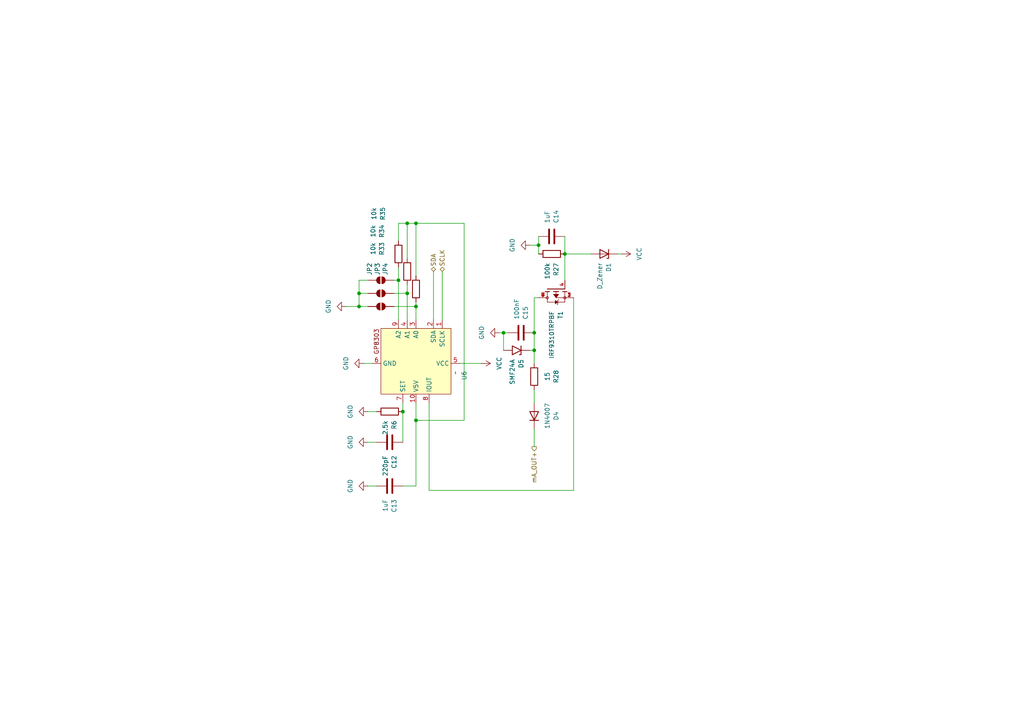
<source format=kicad_sch>
(kicad_sch
	(version 20250114)
	(generator "eeschema")
	(generator_version "9.0")
	(uuid "594f5799-754a-4c35-839f-eaaa5a0310dd")
	(paper "A4")
	(lib_symbols
		(symbol "Device:C"
			(pin_numbers
				(hide yes)
			)
			(pin_names
				(offset 0.254)
			)
			(exclude_from_sim no)
			(in_bom yes)
			(on_board yes)
			(property "Reference" "C"
				(at 0.635 2.54 0)
				(effects
					(font
						(size 1.27 1.27)
					)
					(justify left)
				)
			)
			(property "Value" "C"
				(at 0.635 -2.54 0)
				(effects
					(font
						(size 1.27 1.27)
					)
					(justify left)
				)
			)
			(property "Footprint" ""
				(at 0.9652 -3.81 0)
				(effects
					(font
						(size 1.27 1.27)
					)
					(hide yes)
				)
			)
			(property "Datasheet" "~"
				(at 0 0 0)
				(effects
					(font
						(size 1.27 1.27)
					)
					(hide yes)
				)
			)
			(property "Description" "Unpolarized capacitor"
				(at 0 0 0)
				(effects
					(font
						(size 1.27 1.27)
					)
					(hide yes)
				)
			)
			(property "ki_keywords" "cap capacitor"
				(at 0 0 0)
				(effects
					(font
						(size 1.27 1.27)
					)
					(hide yes)
				)
			)
			(property "ki_fp_filters" "C_*"
				(at 0 0 0)
				(effects
					(font
						(size 1.27 1.27)
					)
					(hide yes)
				)
			)
			(symbol "C_0_1"
				(polyline
					(pts
						(xy -2.032 0.762) (xy 2.032 0.762)
					)
					(stroke
						(width 0.508)
						(type default)
					)
					(fill
						(type none)
					)
				)
				(polyline
					(pts
						(xy -2.032 -0.762) (xy 2.032 -0.762)
					)
					(stroke
						(width 0.508)
						(type default)
					)
					(fill
						(type none)
					)
				)
			)
			(symbol "C_1_1"
				(pin passive line
					(at 0 3.81 270)
					(length 2.794)
					(name "~"
						(effects
							(font
								(size 1.27 1.27)
							)
						)
					)
					(number "1"
						(effects
							(font
								(size 1.27 1.27)
							)
						)
					)
				)
				(pin passive line
					(at 0 -3.81 90)
					(length 2.794)
					(name "~"
						(effects
							(font
								(size 1.27 1.27)
							)
						)
					)
					(number "2"
						(effects
							(font
								(size 1.27 1.27)
							)
						)
					)
				)
			)
			(embedded_fonts no)
		)
		(symbol "Device:D_Zener"
			(pin_numbers
				(hide yes)
			)
			(pin_names
				(offset 1.016)
				(hide yes)
			)
			(exclude_from_sim no)
			(in_bom yes)
			(on_board yes)
			(property "Reference" "D"
				(at 0 2.54 0)
				(effects
					(font
						(size 1.27 1.27)
					)
				)
			)
			(property "Value" "D_Zener"
				(at 0 -2.54 0)
				(effects
					(font
						(size 1.27 1.27)
					)
				)
			)
			(property "Footprint" ""
				(at 0 0 0)
				(effects
					(font
						(size 1.27 1.27)
					)
					(hide yes)
				)
			)
			(property "Datasheet" "~"
				(at 0 0 0)
				(effects
					(font
						(size 1.27 1.27)
					)
					(hide yes)
				)
			)
			(property "Description" "Zener diode"
				(at 0 0 0)
				(effects
					(font
						(size 1.27 1.27)
					)
					(hide yes)
				)
			)
			(property "ki_keywords" "diode"
				(at 0 0 0)
				(effects
					(font
						(size 1.27 1.27)
					)
					(hide yes)
				)
			)
			(property "ki_fp_filters" "TO-???* *_Diode_* *SingleDiode* D_*"
				(at 0 0 0)
				(effects
					(font
						(size 1.27 1.27)
					)
					(hide yes)
				)
			)
			(symbol "D_Zener_0_1"
				(polyline
					(pts
						(xy -1.27 -1.27) (xy -1.27 1.27) (xy -0.762 1.27)
					)
					(stroke
						(width 0.254)
						(type default)
					)
					(fill
						(type none)
					)
				)
				(polyline
					(pts
						(xy 1.27 0) (xy -1.27 0)
					)
					(stroke
						(width 0)
						(type default)
					)
					(fill
						(type none)
					)
				)
				(polyline
					(pts
						(xy 1.27 -1.27) (xy 1.27 1.27) (xy -1.27 0) (xy 1.27 -1.27)
					)
					(stroke
						(width 0.254)
						(type default)
					)
					(fill
						(type none)
					)
				)
			)
			(symbol "D_Zener_1_1"
				(pin passive line
					(at -3.81 0 0)
					(length 2.54)
					(name "K"
						(effects
							(font
								(size 1.27 1.27)
							)
						)
					)
					(number "1"
						(effects
							(font
								(size 1.27 1.27)
							)
						)
					)
				)
				(pin passive line
					(at 3.81 0 180)
					(length 2.54)
					(name "A"
						(effects
							(font
								(size 1.27 1.27)
							)
						)
					)
					(number "2"
						(effects
							(font
								(size 1.27 1.27)
							)
						)
					)
				)
			)
			(embedded_fonts no)
		)
		(symbol "Device:R"
			(pin_numbers
				(hide yes)
			)
			(pin_names
				(offset 0)
			)
			(exclude_from_sim no)
			(in_bom yes)
			(on_board yes)
			(property "Reference" "R"
				(at 2.032 0 90)
				(effects
					(font
						(size 1.27 1.27)
					)
				)
			)
			(property "Value" "R"
				(at 0 0 90)
				(effects
					(font
						(size 1.27 1.27)
					)
				)
			)
			(property "Footprint" ""
				(at -1.778 0 90)
				(effects
					(font
						(size 1.27 1.27)
					)
					(hide yes)
				)
			)
			(property "Datasheet" "~"
				(at 0 0 0)
				(effects
					(font
						(size 1.27 1.27)
					)
					(hide yes)
				)
			)
			(property "Description" "Resistor"
				(at 0 0 0)
				(effects
					(font
						(size 1.27 1.27)
					)
					(hide yes)
				)
			)
			(property "ki_keywords" "R res resistor"
				(at 0 0 0)
				(effects
					(font
						(size 1.27 1.27)
					)
					(hide yes)
				)
			)
			(property "ki_fp_filters" "R_*"
				(at 0 0 0)
				(effects
					(font
						(size 1.27 1.27)
					)
					(hide yes)
				)
			)
			(symbol "R_0_1"
				(rectangle
					(start -1.016 -2.54)
					(end 1.016 2.54)
					(stroke
						(width 0.254)
						(type default)
					)
					(fill
						(type none)
					)
				)
			)
			(symbol "R_1_1"
				(pin passive line
					(at 0 3.81 270)
					(length 1.27)
					(name "~"
						(effects
							(font
								(size 1.27 1.27)
							)
						)
					)
					(number "1"
						(effects
							(font
								(size 1.27 1.27)
							)
						)
					)
				)
				(pin passive line
					(at 0 -3.81 90)
					(length 1.27)
					(name "~"
						(effects
							(font
								(size 1.27 1.27)
							)
						)
					)
					(number "2"
						(effects
							(font
								(size 1.27 1.27)
							)
						)
					)
				)
			)
			(embedded_fonts no)
		)
		(symbol "Diode:1N4007"
			(pin_numbers
				(hide yes)
			)
			(pin_names
				(hide yes)
			)
			(exclude_from_sim no)
			(in_bom yes)
			(on_board yes)
			(property "Reference" "D"
				(at 0 2.54 0)
				(effects
					(font
						(size 1.27 1.27)
					)
				)
			)
			(property "Value" "1N4007"
				(at 0 -2.54 0)
				(effects
					(font
						(size 1.27 1.27)
					)
				)
			)
			(property "Footprint" "Diode_THT:D_DO-41_SOD81_P10.16mm_Horizontal"
				(at 0 -4.445 0)
				(effects
					(font
						(size 1.27 1.27)
					)
					(hide yes)
				)
			)
			(property "Datasheet" "http://www.vishay.com/docs/88503/1n4001.pdf"
				(at 0 0 0)
				(effects
					(font
						(size 1.27 1.27)
					)
					(hide yes)
				)
			)
			(property "Description" "1000V 1A General Purpose Rectifier Diode, DO-41"
				(at 0 0 0)
				(effects
					(font
						(size 1.27 1.27)
					)
					(hide yes)
				)
			)
			(property "Sim.Device" "D"
				(at 0 0 0)
				(effects
					(font
						(size 1.27 1.27)
					)
					(hide yes)
				)
			)
			(property "Sim.Pins" "1=K 2=A"
				(at 0 0 0)
				(effects
					(font
						(size 1.27 1.27)
					)
					(hide yes)
				)
			)
			(property "ki_keywords" "diode"
				(at 0 0 0)
				(effects
					(font
						(size 1.27 1.27)
					)
					(hide yes)
				)
			)
			(property "ki_fp_filters" "D*DO?41*"
				(at 0 0 0)
				(effects
					(font
						(size 1.27 1.27)
					)
					(hide yes)
				)
			)
			(symbol "1N4007_0_1"
				(polyline
					(pts
						(xy -1.27 1.27) (xy -1.27 -1.27)
					)
					(stroke
						(width 0.254)
						(type default)
					)
					(fill
						(type none)
					)
				)
				(polyline
					(pts
						(xy 1.27 1.27) (xy 1.27 -1.27) (xy -1.27 0) (xy 1.27 1.27)
					)
					(stroke
						(width 0.254)
						(type default)
					)
					(fill
						(type none)
					)
				)
				(polyline
					(pts
						(xy 1.27 0) (xy -1.27 0)
					)
					(stroke
						(width 0)
						(type default)
					)
					(fill
						(type none)
					)
				)
			)
			(symbol "1N4007_1_1"
				(pin passive line
					(at -3.81 0 0)
					(length 2.54)
					(name "K"
						(effects
							(font
								(size 1.27 1.27)
							)
						)
					)
					(number "1"
						(effects
							(font
								(size 1.27 1.27)
							)
						)
					)
				)
				(pin passive line
					(at 3.81 0 180)
					(length 2.54)
					(name "A"
						(effects
							(font
								(size 1.27 1.27)
							)
						)
					)
					(number "2"
						(effects
							(font
								(size 1.27 1.27)
							)
						)
					)
				)
			)
			(embedded_fonts no)
		)
		(symbol "Diode:SMF24A"
			(pin_numbers
				(hide yes)
			)
			(pin_names
				(offset 1.016)
				(hide yes)
			)
			(exclude_from_sim no)
			(in_bom yes)
			(on_board yes)
			(property "Reference" "D"
				(at 0 2.54 0)
				(effects
					(font
						(size 1.27 1.27)
					)
				)
			)
			(property "Value" "SMF24A"
				(at 0 -2.54 0)
				(effects
					(font
						(size 1.27 1.27)
					)
				)
			)
			(property "Footprint" "Diode_SMD:D_SMF"
				(at 0 -5.08 0)
				(effects
					(font
						(size 1.27 1.27)
					)
					(hide yes)
				)
			)
			(property "Datasheet" "https://www.vishay.com/doc?85881"
				(at -1.27 0 0)
				(effects
					(font
						(size 1.27 1.27)
					)
					(hide yes)
				)
			)
			(property "Description" "200W unidirectional Transil Transient Voltage Suppressor, 24Vrwm, SMF"
				(at 0 0 0)
				(effects
					(font
						(size 1.27 1.27)
					)
					(hide yes)
				)
			)
			(property "ki_keywords" "diode TVS voltage suppressor"
				(at 0 0 0)
				(effects
					(font
						(size 1.27 1.27)
					)
					(hide yes)
				)
			)
			(property "ki_fp_filters" "D*SMF*"
				(at 0 0 0)
				(effects
					(font
						(size 1.27 1.27)
					)
					(hide yes)
				)
			)
			(symbol "SMF24A_0_1"
				(polyline
					(pts
						(xy -0.762 1.27) (xy -1.27 1.27) (xy -1.27 -1.27)
					)
					(stroke
						(width 0.254)
						(type default)
					)
					(fill
						(type none)
					)
				)
				(polyline
					(pts
						(xy 1.27 1.27) (xy 1.27 -1.27) (xy -1.27 0) (xy 1.27 1.27)
					)
					(stroke
						(width 0.254)
						(type default)
					)
					(fill
						(type none)
					)
				)
			)
			(symbol "SMF24A_1_1"
				(pin passive line
					(at -3.81 0 0)
					(length 2.54)
					(name "A1"
						(effects
							(font
								(size 1.27 1.27)
							)
						)
					)
					(number "1"
						(effects
							(font
								(size 1.27 1.27)
							)
						)
					)
				)
				(pin passive line
					(at 3.81 0 180)
					(length 2.54)
					(name "A2"
						(effects
							(font
								(size 1.27 1.27)
							)
						)
					)
					(number "2"
						(effects
							(font
								(size 1.27 1.27)
							)
						)
					)
				)
			)
			(embedded_fonts no)
		)
		(symbol "Jumper:SolderJumper_2_Open"
			(pin_numbers
				(hide yes)
			)
			(pin_names
				(offset 0)
				(hide yes)
			)
			(exclude_from_sim no)
			(in_bom no)
			(on_board yes)
			(property "Reference" "JP"
				(at 0 2.032 0)
				(effects
					(font
						(size 1.27 1.27)
					)
				)
			)
			(property "Value" "SolderJumper_2_Open"
				(at 0 -2.54 0)
				(effects
					(font
						(size 1.27 1.27)
					)
				)
			)
			(property "Footprint" ""
				(at 0 0 0)
				(effects
					(font
						(size 1.27 1.27)
					)
					(hide yes)
				)
			)
			(property "Datasheet" "~"
				(at 0 0 0)
				(effects
					(font
						(size 1.27 1.27)
					)
					(hide yes)
				)
			)
			(property "Description" "Solder Jumper, 2-pole, open"
				(at 0 0 0)
				(effects
					(font
						(size 1.27 1.27)
					)
					(hide yes)
				)
			)
			(property "ki_keywords" "solder jumper SPST"
				(at 0 0 0)
				(effects
					(font
						(size 1.27 1.27)
					)
					(hide yes)
				)
			)
			(property "ki_fp_filters" "SolderJumper*Open*"
				(at 0 0 0)
				(effects
					(font
						(size 1.27 1.27)
					)
					(hide yes)
				)
			)
			(symbol "SolderJumper_2_Open_0_1"
				(polyline
					(pts
						(xy -0.254 1.016) (xy -0.254 -1.016)
					)
					(stroke
						(width 0)
						(type default)
					)
					(fill
						(type none)
					)
				)
				(arc
					(start -0.254 -1.016)
					(mid -1.2656 0)
					(end -0.254 1.016)
					(stroke
						(width 0)
						(type default)
					)
					(fill
						(type none)
					)
				)
				(arc
					(start -0.254 -1.016)
					(mid -1.2656 0)
					(end -0.254 1.016)
					(stroke
						(width 0)
						(type default)
					)
					(fill
						(type outline)
					)
				)
				(arc
					(start 0.254 1.016)
					(mid 1.2656 0)
					(end 0.254 -1.016)
					(stroke
						(width 0)
						(type default)
					)
					(fill
						(type none)
					)
				)
				(arc
					(start 0.254 1.016)
					(mid 1.2656 0)
					(end 0.254 -1.016)
					(stroke
						(width 0)
						(type default)
					)
					(fill
						(type outline)
					)
				)
				(polyline
					(pts
						(xy 0.254 1.016) (xy 0.254 -1.016)
					)
					(stroke
						(width 0)
						(type default)
					)
					(fill
						(type none)
					)
				)
			)
			(symbol "SolderJumper_2_Open_1_1"
				(pin passive line
					(at -3.81 0 0)
					(length 2.54)
					(name "A"
						(effects
							(font
								(size 1.27 1.27)
							)
						)
					)
					(number "1"
						(effects
							(font
								(size 1.27 1.27)
							)
						)
					)
				)
				(pin passive line
					(at 3.81 0 180)
					(length 2.54)
					(name "B"
						(effects
							(font
								(size 1.27 1.27)
							)
						)
					)
					(number "2"
						(effects
							(font
								(size 1.27 1.27)
							)
						)
					)
				)
			)
			(embedded_fonts no)
		)
		(symbol "Riqi_Parts:GP8303"
			(exclude_from_sim no)
			(in_bom yes)
			(on_board yes)
			(property "Reference" "U"
				(at 0 0 0)
				(effects
					(font
						(size 1.27 1.27)
					)
				)
			)
			(property "Value" ""
				(at 0 0 0)
				(effects
					(font
						(size 1.27 1.27)
					)
				)
			)
			(property "Footprint" "Package_SO:SSOP-10-1EP_3.9x4.9mm_P1mm_EP2.1x3.3mm"
				(at 0 0 0)
				(effects
					(font
						(size 1.27 1.27)
					)
					(hide yes)
				)
			)
			(property "Datasheet" "https://lcsc.com/datasheet/lcsc_datasheet_2410121459_Guestgood-GP8303-TC50-EW_C3445809.pdf"
				(at 0 0 0)
				(effects
					(font
						(size 1.27 1.27)
					)
					(hide yes)
				)
			)
			(property "Description" ""
				(at 0 0 0)
				(effects
					(font
						(size 1.27 1.27)
					)
					(hide yes)
				)
			)
			(symbol "GP8303_1_1"
				(rectangle
					(start -1.27 -1.27)
					(end 17.78 -21.59)
					(stroke
						(width 0)
						(type solid)
					)
					(fill
						(type background)
					)
				)
				(text "GP8303"
					(at 2.54 -22.86 0)
					(effects
						(font
							(size 1.27 1.27)
						)
					)
				)
				(pin input line
					(at -3.81 -3.81 0)
					(length 2.54)
					(name "SCLK"
						(effects
							(font
								(size 1.27 1.27)
							)
						)
					)
					(number "1"
						(effects
							(font
								(size 1.27 1.27)
							)
						)
					)
				)
				(pin input line
					(at -3.81 -6.35 0)
					(length 2.54)
					(name "SDA"
						(effects
							(font
								(size 1.27 1.27)
							)
						)
					)
					(number "2"
						(effects
							(font
								(size 1.27 1.27)
							)
						)
					)
				)
				(pin input line
					(at -3.81 -11.43 0)
					(length 2.54)
					(name "A0"
						(effects
							(font
								(size 1.27 1.27)
							)
						)
					)
					(number "3"
						(effects
							(font
								(size 1.27 1.27)
							)
						)
					)
				)
				(pin input line
					(at -3.81 -13.97 0)
					(length 2.54)
					(name "A1"
						(effects
							(font
								(size 1.27 1.27)
							)
						)
					)
					(number "4"
						(effects
							(font
								(size 1.27 1.27)
							)
						)
					)
				)
				(pin input line
					(at -3.81 -16.51 0)
					(length 2.54)
					(name "A2"
						(effects
							(font
								(size 1.27 1.27)
							)
						)
					)
					(number "9"
						(effects
							(font
								(size 1.27 1.27)
							)
						)
					)
				)
				(pin input line
					(at 8.89 1.27 270)
					(length 2.54)
					(name "VCC"
						(effects
							(font
								(size 1.27 1.27)
							)
						)
					)
					(number "5"
						(effects
							(font
								(size 1.27 1.27)
							)
						)
					)
				)
				(pin input line
					(at 8.89 -24.13 90)
					(length 2.54)
					(name "GND"
						(effects
							(font
								(size 1.27 1.27)
							)
						)
					)
					(number "6"
						(effects
							(font
								(size 1.27 1.27)
							)
						)
					)
				)
				(pin output line
					(at 20.32 -7.62 180)
					(length 2.54)
					(name "IOUT"
						(effects
							(font
								(size 1.27 1.27)
							)
						)
					)
					(number "8"
						(effects
							(font
								(size 1.27 1.27)
							)
						)
					)
				)
				(pin output line
					(at 20.32 -11.43 180)
					(length 2.54)
					(name "V5V"
						(effects
							(font
								(size 1.27 1.27)
							)
						)
					)
					(number "10"
						(effects
							(font
								(size 1.27 1.27)
							)
						)
					)
				)
				(pin output line
					(at 20.32 -15.24 180)
					(length 2.54)
					(name "SET"
						(effects
							(font
								(size 1.27 1.27)
							)
						)
					)
					(number "7"
						(effects
							(font
								(size 1.27 1.27)
							)
						)
					)
				)
			)
			(embedded_fonts no)
		)
		(symbol "Riqi_Parts:IRF9310TRPBF"
			(pin_names
				(offset 1.016)
			)
			(exclude_from_sim no)
			(in_bom yes)
			(on_board yes)
			(property "Reference" "T"
				(at -6.35 -1.27 0)
				(effects
					(font
						(size 1.27 1.27)
					)
					(justify left bottom)
				)
			)
			(property "Value" "IRF9310TRPBF"
				(at -6.35 -3.81 0)
				(effects
					(font
						(size 1.27 1.27)
					)
					(justify left bottom)
				)
			)
			(property "Footprint" "IRF9310TRPBF:SO-8"
				(at 0 0 0)
				(effects
					(font
						(size 1.27 1.27)
					)
					(justify bottom)
					(hide yes)
				)
			)
			(property "Datasheet" ""
				(at 0 0 0)
				(effects
					(font
						(size 1.27 1.27)
					)
					(hide yes)
				)
			)
			(property "Description" ""
				(at 0 0 0)
				(effects
					(font
						(size 1.27 1.27)
					)
					(hide yes)
				)
			)
			(property "STATUS" "OK - Barboule"
				(at 0 0 0)
				(effects
					(font
						(size 1.27 1.27)
					)
					(justify bottom)
					(hide yes)
				)
			)
			(property "MF" "Infineon Technologies"
				(at 0 0 0)
				(effects
					(font
						(size 1.27 1.27)
					)
					(justify bottom)
					(hide yes)
				)
			)
			(property "Description_1" "IRF9310TRPBF P-channel MOSFET Transistor, 20 A, 30 V, 8-Pin SOIC | Infineon IRF9310TRPBF"
				(at 0 0 0)
				(effects
					(font
						(size 1.27 1.27)
					)
					(justify bottom)
					(hide yes)
				)
			)
			(property "Package" "SO-8 Infineon Technologies"
				(at 0 0 0)
				(effects
					(font
						(size 1.27 1.27)
					)
					(justify bottom)
					(hide yes)
				)
			)
			(property "Price" "None"
				(at 0 0 0)
				(effects
					(font
						(size 1.27 1.27)
					)
					(justify bottom)
					(hide yes)
				)
			)
			(property "Check_prices" "https://www.snapeda.com/parts/IRF9310TRPBF/Infineon/view-part/?ref=eda"
				(at 0 0 0)
				(effects
					(font
						(size 1.27 1.27)
					)
					(justify bottom)
					(hide yes)
				)
			)
			(property "SnapEDA_Link" "https://www.snapeda.com/parts/IRF9310TRPBF/Infineon/view-part/?ref=snap"
				(at 0 0 0)
				(effects
					(font
						(size 1.27 1.27)
					)
					(justify bottom)
					(hide yes)
				)
			)
			(property "MP" "IRF9310TRPBF"
				(at 0 0 0)
				(effects
					(font
						(size 1.27 1.27)
					)
					(justify bottom)
					(hide yes)
				)
			)
			(property "ERECA" "non géré"
				(at 0 0 0)
				(effects
					(font
						(size 1.27 1.27)
					)
					(justify bottom)
					(hide yes)
				)
			)
			(property "Availability" "In Stock"
				(at 0 0 0)
				(effects
					(font
						(size 1.27 1.27)
					)
					(justify bottom)
					(hide yes)
				)
			)
			(property "FABRICANT" "Infineon Technologies"
				(at 0 0 0)
				(effects
					(font
						(size 1.27 1.27)
					)
					(justify bottom)
					(hide yes)
				)
			)
			(symbol "IRF9310TRPBF_0_0"
				(polyline
					(pts
						(xy 0 -2.54) (xy 0 2.54)
					)
					(stroke
						(width 0.254)
						(type default)
					)
					(fill
						(type none)
					)
				)
				(polyline
					(pts
						(xy 0.762 2.54) (xy 0.762 3.175)
					)
					(stroke
						(width 0.254)
						(type default)
					)
					(fill
						(type none)
					)
				)
				(polyline
					(pts
						(xy 0.762 1.905) (xy 0.762 2.54)
					)
					(stroke
						(width 0.254)
						(type default)
					)
					(fill
						(type none)
					)
				)
				(polyline
					(pts
						(xy 0.762 0) (xy 0.762 0.762)
					)
					(stroke
						(width 0.254)
						(type default)
					)
					(fill
						(type none)
					)
				)
				(polyline
					(pts
						(xy 0.762 0) (xy 2.54 0)
					)
					(stroke
						(width 0.1524)
						(type default)
					)
					(fill
						(type none)
					)
				)
				(polyline
					(pts
						(xy 0.762 -0.762) (xy 0.762 0)
					)
					(stroke
						(width 0.254)
						(type default)
					)
					(fill
						(type none)
					)
				)
				(polyline
					(pts
						(xy 0.762 -2.54) (xy 0.762 -1.905)
					)
					(stroke
						(width 0.254)
						(type default)
					)
					(fill
						(type none)
					)
				)
				(polyline
					(pts
						(xy 0.762 -2.54) (xy 3.81 -2.54)
					)
					(stroke
						(width 0.1524)
						(type default)
					)
					(fill
						(type none)
					)
				)
				(polyline
					(pts
						(xy 0.762 -3.175) (xy 0.762 -2.54)
					)
					(stroke
						(width 0.254)
						(type default)
					)
					(fill
						(type none)
					)
				)
				(polyline
					(pts
						(xy 2.54 2.54) (xy 0.762 2.54)
					)
					(stroke
						(width 0.1524)
						(type default)
					)
					(fill
						(type none)
					)
				)
				(polyline
					(pts
						(xy 2.54 2.54) (xy 3.81 2.54)
					)
					(stroke
						(width 0.1524)
						(type default)
					)
					(fill
						(type none)
					)
				)
				(circle
					(center 2.54 2.54)
					(radius 0.3592)
					(stroke
						(width 0)
						(type default)
					)
					(fill
						(type none)
					)
				)
				(polyline
					(pts
						(xy 2.54 0) (xy 2.54 2.54)
					)
					(stroke
						(width 0.1524)
						(type default)
					)
					(fill
						(type none)
					)
				)
				(polyline
					(pts
						(xy 2.54 0) (xy 1.524 0.762) (xy 1.524 -0.762) (xy 2.54 0)
					)
					(stroke
						(width 0.1524)
						(type default)
					)
					(fill
						(type outline)
					)
				)
				(circle
					(center 2.54 -2.54)
					(radius 0.3592)
					(stroke
						(width 0)
						(type default)
					)
					(fill
						(type none)
					)
				)
				(polyline
					(pts
						(xy 3.048 0.762) (xy 3.302 0.508)
					)
					(stroke
						(width 0.1524)
						(type default)
					)
					(fill
						(type none)
					)
				)
				(polyline
					(pts
						(xy 3.302 0.508) (xy 3.81 0.508)
					)
					(stroke
						(width 0.1524)
						(type default)
					)
					(fill
						(type none)
					)
				)
				(polyline
					(pts
						(xy 3.81 0.508) (xy 3.81 2.54)
					)
					(stroke
						(width 0.1524)
						(type default)
					)
					(fill
						(type none)
					)
				)
				(polyline
					(pts
						(xy 3.81 0.508) (xy 4.318 0.508)
					)
					(stroke
						(width 0.1524)
						(type default)
					)
					(fill
						(type none)
					)
				)
				(polyline
					(pts
						(xy 3.81 0.508) (xy 4.318 -0.254) (xy 3.302 -0.254) (xy 3.81 0.508)
					)
					(stroke
						(width 0.1524)
						(type default)
					)
					(fill
						(type outline)
					)
				)
				(polyline
					(pts
						(xy 3.81 -2.54) (xy 3.81 0.508)
					)
					(stroke
						(width 0.1524)
						(type default)
					)
					(fill
						(type none)
					)
				)
				(polyline
					(pts
						(xy 4.318 0.508) (xy 4.572 0.254)
					)
					(stroke
						(width 0.1524)
						(type default)
					)
					(fill
						(type none)
					)
				)
				(pin passive line
					(at -2.54 2.54 0)
					(length 2.54)
					(name "~"
						(effects
							(font
								(size 1.016 1.016)
							)
						)
					)
					(number "4"
						(effects
							(font
								(size 1.016 1.016)
							)
						)
					)
				)
				(pin passive line
					(at 2.54 5.08 270)
					(length 2.54)
					(name "~"
						(effects
							(font
								(size 1.016 1.016)
							)
						)
					)
					(number "1"
						(effects
							(font
								(size 1.016 1.016)
							)
						)
					)
				)
				(pin passive line
					(at 2.54 5.08 270)
					(length 2.54)
					(name "~"
						(effects
							(font
								(size 1.016 1.016)
							)
						)
					)
					(number "2"
						(effects
							(font
								(size 1.016 1.016)
							)
						)
					)
				)
				(pin passive line
					(at 2.54 5.08 270)
					(length 2.54)
					(name "~"
						(effects
							(font
								(size 1.016 1.016)
							)
						)
					)
					(number "3"
						(effects
							(font
								(size 1.016 1.016)
							)
						)
					)
				)
				(pin passive line
					(at 2.54 -5.08 90)
					(length 2.54)
					(name "~"
						(effects
							(font
								(size 1.016 1.016)
							)
						)
					)
					(number "5"
						(effects
							(font
								(size 1.016 1.016)
							)
						)
					)
				)
				(pin passive line
					(at 2.54 -5.08 90)
					(length 2.54)
					(name "~"
						(effects
							(font
								(size 1.016 1.016)
							)
						)
					)
					(number "6"
						(effects
							(font
								(size 1.016 1.016)
							)
						)
					)
				)
				(pin passive line
					(at 2.54 -5.08 90)
					(length 2.54)
					(name "~"
						(effects
							(font
								(size 1.016 1.016)
							)
						)
					)
					(number "7"
						(effects
							(font
								(size 1.016 1.016)
							)
						)
					)
				)
				(pin passive line
					(at 2.54 -5.08 90)
					(length 2.54)
					(name "~"
						(effects
							(font
								(size 1.016 1.016)
							)
						)
					)
					(number "8"
						(effects
							(font
								(size 1.016 1.016)
							)
						)
					)
				)
			)
			(embedded_fonts no)
		)
		(symbol "power:GND"
			(power)
			(pin_numbers
				(hide yes)
			)
			(pin_names
				(offset 0)
				(hide yes)
			)
			(exclude_from_sim no)
			(in_bom yes)
			(on_board yes)
			(property "Reference" "#PWR"
				(at 0 -6.35 0)
				(effects
					(font
						(size 1.27 1.27)
					)
					(hide yes)
				)
			)
			(property "Value" "GND"
				(at 0 -3.81 0)
				(effects
					(font
						(size 1.27 1.27)
					)
				)
			)
			(property "Footprint" ""
				(at 0 0 0)
				(effects
					(font
						(size 1.27 1.27)
					)
					(hide yes)
				)
			)
			(property "Datasheet" ""
				(at 0 0 0)
				(effects
					(font
						(size 1.27 1.27)
					)
					(hide yes)
				)
			)
			(property "Description" "Power symbol creates a global label with name \"GND\" , ground"
				(at 0 0 0)
				(effects
					(font
						(size 1.27 1.27)
					)
					(hide yes)
				)
			)
			(property "ki_keywords" "global power"
				(at 0 0 0)
				(effects
					(font
						(size 1.27 1.27)
					)
					(hide yes)
				)
			)
			(symbol "GND_0_1"
				(polyline
					(pts
						(xy 0 0) (xy 0 -1.27) (xy 1.27 -1.27) (xy 0 -2.54) (xy -1.27 -1.27) (xy 0 -1.27)
					)
					(stroke
						(width 0)
						(type default)
					)
					(fill
						(type none)
					)
				)
			)
			(symbol "GND_1_1"
				(pin power_in line
					(at 0 0 270)
					(length 0)
					(name "~"
						(effects
							(font
								(size 1.27 1.27)
							)
						)
					)
					(number "1"
						(effects
							(font
								(size 1.27 1.27)
							)
						)
					)
				)
			)
			(embedded_fonts no)
		)
		(symbol "power:VCC"
			(power)
			(pin_numbers
				(hide yes)
			)
			(pin_names
				(offset 0)
				(hide yes)
			)
			(exclude_from_sim no)
			(in_bom yes)
			(on_board yes)
			(property "Reference" "#PWR"
				(at 0 -3.81 0)
				(effects
					(font
						(size 1.27 1.27)
					)
					(hide yes)
				)
			)
			(property "Value" "VCC"
				(at 0 3.556 0)
				(effects
					(font
						(size 1.27 1.27)
					)
				)
			)
			(property "Footprint" ""
				(at 0 0 0)
				(effects
					(font
						(size 1.27 1.27)
					)
					(hide yes)
				)
			)
			(property "Datasheet" ""
				(at 0 0 0)
				(effects
					(font
						(size 1.27 1.27)
					)
					(hide yes)
				)
			)
			(property "Description" "Power symbol creates a global label with name \"VCC\""
				(at 0 0 0)
				(effects
					(font
						(size 1.27 1.27)
					)
					(hide yes)
				)
			)
			(property "ki_keywords" "global power"
				(at 0 0 0)
				(effects
					(font
						(size 1.27 1.27)
					)
					(hide yes)
				)
			)
			(symbol "VCC_0_1"
				(polyline
					(pts
						(xy -0.762 1.27) (xy 0 2.54)
					)
					(stroke
						(width 0)
						(type default)
					)
					(fill
						(type none)
					)
				)
				(polyline
					(pts
						(xy 0 2.54) (xy 0.762 1.27)
					)
					(stroke
						(width 0)
						(type default)
					)
					(fill
						(type none)
					)
				)
				(polyline
					(pts
						(xy 0 0) (xy 0 2.54)
					)
					(stroke
						(width 0)
						(type default)
					)
					(fill
						(type none)
					)
				)
			)
			(symbol "VCC_1_1"
				(pin power_in line
					(at 0 0 90)
					(length 0)
					(name "~"
						(effects
							(font
								(size 1.27 1.27)
							)
						)
					)
					(number "1"
						(effects
							(font
								(size 1.27 1.27)
							)
						)
					)
				)
			)
			(embedded_fonts no)
		)
	)
	(junction
		(at 120.65 64.77)
		(diameter 0)
		(color 0 0 0 0)
		(uuid "0205af68-b15a-450c-8787-cfff238b0fb4")
	)
	(junction
		(at 104.14 88.9)
		(diameter 0)
		(color 0 0 0 0)
		(uuid "0c88018e-188f-4ce9-8471-51cb45ceb86c")
	)
	(junction
		(at 115.57 81.28)
		(diameter 0)
		(color 0 0 0 0)
		(uuid "14ffee43-b42a-42d6-b926-6e01358b5ec4")
	)
	(junction
		(at 116.84 119.38)
		(diameter 0)
		(color 0 0 0 0)
		(uuid "2e1e77c1-9555-4dc9-b26f-5c49df77d31c")
	)
	(junction
		(at 156.21 71.12)
		(diameter 0)
		(color 0 0 0 0)
		(uuid "34260625-5c9b-4d35-8178-37648d64242b")
	)
	(junction
		(at 154.94 96.52)
		(diameter 0)
		(color 0 0 0 0)
		(uuid "35a89f99-1fbb-4436-9e2e-33e4b859bca6")
	)
	(junction
		(at 120.65 121.92)
		(diameter 0)
		(color 0 0 0 0)
		(uuid "37d8371a-e348-4814-acc7-d150916f6b0a")
	)
	(junction
		(at 118.11 85.09)
		(diameter 0)
		(color 0 0 0 0)
		(uuid "468f391c-a5f4-4c7f-a0d3-96bf23ad2646")
	)
	(junction
		(at 118.11 64.77)
		(diameter 0)
		(color 0 0 0 0)
		(uuid "4d6f4844-ae4d-46ab-af30-6fb9fe10c1e2")
	)
	(junction
		(at 154.94 101.6)
		(diameter 0)
		(color 0 0 0 0)
		(uuid "55596869-62a5-4c29-aa70-21b6c9599fc5")
	)
	(junction
		(at 163.83 73.66)
		(diameter 0)
		(color 0 0 0 0)
		(uuid "92f7f967-2e9d-4e00-8a95-79989ed32fb8")
	)
	(junction
		(at 120.65 88.9)
		(diameter 0)
		(color 0 0 0 0)
		(uuid "9e944f40-177d-4560-863b-0a0348f4cfdb")
	)
	(junction
		(at 104.14 85.09)
		(diameter 0)
		(color 0 0 0 0)
		(uuid "a13b3b12-5d62-40e3-94b7-b9d676b60f4e")
	)
	(junction
		(at 146.05 96.52)
		(diameter 0)
		(color 0 0 0 0)
		(uuid "f8809255-17cd-4e85-b92d-d0205ad49657")
	)
	(wire
		(pts
			(xy 134.62 64.77) (xy 120.65 64.77)
		)
		(stroke
			(width 0)
			(type default)
		)
		(uuid "01679ebf-bb2d-4b67-a78b-91afa2a9317d")
	)
	(wire
		(pts
			(xy 163.83 68.58) (xy 163.83 73.66)
		)
		(stroke
			(width 0)
			(type default)
		)
		(uuid "098e09e9-9fac-4b04-828f-5aeb37af3e77")
	)
	(wire
		(pts
			(xy 120.65 87.63) (xy 120.65 88.9)
		)
		(stroke
			(width 0)
			(type default)
		)
		(uuid "09dd2983-4c8e-450d-b54f-623fee99ebd7")
	)
	(wire
		(pts
			(xy 163.83 73.66) (xy 163.83 81.28)
		)
		(stroke
			(width 0)
			(type default)
		)
		(uuid "0e543098-e14e-40d0-b33f-cf76fde2d8ff")
	)
	(wire
		(pts
			(xy 109.22 128.27) (xy 106.68 128.27)
		)
		(stroke
			(width 0)
			(type default)
		)
		(uuid "114da512-17a5-4453-b9ea-3cfa87ae7e6b")
	)
	(wire
		(pts
			(xy 109.22 119.38) (xy 106.68 119.38)
		)
		(stroke
			(width 0)
			(type default)
		)
		(uuid "174b40cf-4c21-46e6-b5b4-52eec5d40ba5")
	)
	(wire
		(pts
			(xy 106.68 85.09) (xy 104.14 85.09)
		)
		(stroke
			(width 0)
			(type default)
		)
		(uuid "23122140-1e4a-4a8f-97c7-cae299f1de27")
	)
	(wire
		(pts
			(xy 104.14 88.9) (xy 100.33 88.9)
		)
		(stroke
			(width 0)
			(type default)
		)
		(uuid "27e30c6c-78f6-45e2-b05d-d14aeebb452b")
	)
	(wire
		(pts
			(xy 115.57 81.28) (xy 115.57 92.71)
		)
		(stroke
			(width 0)
			(type default)
		)
		(uuid "3634a90e-e18a-456a-ab23-681f8b5095ee")
	)
	(wire
		(pts
			(xy 154.94 124.46) (xy 154.94 129.54)
		)
		(stroke
			(width 0)
			(type default)
		)
		(uuid "37fa902a-7628-4619-8d86-35d8d7817ef6")
	)
	(wire
		(pts
			(xy 120.65 88.9) (xy 120.65 92.71)
		)
		(stroke
			(width 0)
			(type default)
		)
		(uuid "3990c49b-e599-477f-b7b3-0bce71fd19fe")
	)
	(wire
		(pts
			(xy 118.11 64.77) (xy 115.57 64.77)
		)
		(stroke
			(width 0)
			(type default)
		)
		(uuid "3eef8da2-02d4-40b2-b60e-b9eaabfa1016")
	)
	(wire
		(pts
			(xy 156.21 71.12) (xy 156.21 73.66)
		)
		(stroke
			(width 0)
			(type default)
		)
		(uuid "4106da41-d210-4dfd-bb15-36dc3cb00f0e")
	)
	(wire
		(pts
			(xy 107.95 105.41) (xy 105.41 105.41)
		)
		(stroke
			(width 0)
			(type default)
		)
		(uuid "41dcef3e-aefa-4adb-b2df-0f0b743fe0ca")
	)
	(wire
		(pts
			(xy 134.62 64.77) (xy 134.62 121.92)
		)
		(stroke
			(width 0)
			(type default)
		)
		(uuid "47143807-c6f9-4d1e-8ba0-9670df0eca69")
	)
	(wire
		(pts
			(xy 156.21 71.12) (xy 153.67 71.12)
		)
		(stroke
			(width 0)
			(type default)
		)
		(uuid "471e2bdd-ac38-4027-86cd-2f6a5993508f")
	)
	(wire
		(pts
			(xy 104.14 85.09) (xy 104.14 88.9)
		)
		(stroke
			(width 0)
			(type default)
		)
		(uuid "477b99d3-c29a-4589-b401-000c10beb627")
	)
	(wire
		(pts
			(xy 106.68 88.9) (xy 104.14 88.9)
		)
		(stroke
			(width 0)
			(type default)
		)
		(uuid "4e36fafa-77af-4614-92f3-2dfcc6d2e327")
	)
	(wire
		(pts
			(xy 118.11 82.55) (xy 118.11 85.09)
		)
		(stroke
			(width 0)
			(type default)
		)
		(uuid "4e859c75-8c0d-42eb-9017-d16fbf4fc320")
	)
	(wire
		(pts
			(xy 109.22 140.97) (xy 106.68 140.97)
		)
		(stroke
			(width 0)
			(type default)
		)
		(uuid "53ccd200-1c2a-402e-851e-a227bf702c1a")
	)
	(wire
		(pts
			(xy 156.21 68.58) (xy 156.21 71.12)
		)
		(stroke
			(width 0)
			(type default)
		)
		(uuid "6289fc3c-25e7-4a5b-a245-f80af645657b")
	)
	(wire
		(pts
			(xy 156.21 86.36) (xy 154.94 86.36)
		)
		(stroke
			(width 0)
			(type default)
		)
		(uuid "675c0172-704b-402b-b440-fa805c5449f0")
	)
	(wire
		(pts
			(xy 154.94 113.03) (xy 154.94 116.84)
		)
		(stroke
			(width 0)
			(type default)
		)
		(uuid "67fc1b3c-3222-40e1-bca4-20f332a0e444")
	)
	(wire
		(pts
			(xy 120.65 88.9) (xy 114.3 88.9)
		)
		(stroke
			(width 0)
			(type default)
		)
		(uuid "6b5e4bd4-a84f-4ca6-b4ab-fbdd1d672e34")
	)
	(wire
		(pts
			(xy 120.65 64.77) (xy 120.65 80.01)
		)
		(stroke
			(width 0)
			(type default)
		)
		(uuid "6f3bfb81-21d9-4c56-b5d8-f698a1bf59b1")
	)
	(wire
		(pts
			(xy 116.84 140.97) (xy 120.65 140.97)
		)
		(stroke
			(width 0)
			(type default)
		)
		(uuid "7485993e-7228-4e56-b146-ca96175b855e")
	)
	(wire
		(pts
			(xy 125.73 78.74) (xy 125.73 92.71)
		)
		(stroke
			(width 0)
			(type default)
		)
		(uuid "7cc46738-315e-46ef-a8c4-5a7634adf024")
	)
	(wire
		(pts
			(xy 154.94 101.6) (xy 153.67 101.6)
		)
		(stroke
			(width 0)
			(type default)
		)
		(uuid "83ea3e24-2103-418d-a9e4-8d3083921559")
	)
	(wire
		(pts
			(xy 171.45 73.66) (xy 163.83 73.66)
		)
		(stroke
			(width 0)
			(type default)
		)
		(uuid "841e5db3-55ed-4dfa-9ca6-2a9f8ecc4b97")
	)
	(wire
		(pts
			(xy 118.11 85.09) (xy 118.11 92.71)
		)
		(stroke
			(width 0)
			(type default)
		)
		(uuid "8cde4f75-0a1a-4a01-b789-6e03fe1b584c")
	)
	(wire
		(pts
			(xy 154.94 86.36) (xy 154.94 96.52)
		)
		(stroke
			(width 0)
			(type default)
		)
		(uuid "90b62e2e-6c85-4ff6-94a5-fe447d8db206")
	)
	(wire
		(pts
			(xy 154.94 96.52) (xy 154.94 101.6)
		)
		(stroke
			(width 0)
			(type default)
		)
		(uuid "93bcf037-658a-46b6-b880-7bf800a57615")
	)
	(wire
		(pts
			(xy 146.05 96.52) (xy 144.78 96.52)
		)
		(stroke
			(width 0)
			(type default)
		)
		(uuid "983dc18c-6801-400c-adb5-a7e74a862028")
	)
	(wire
		(pts
			(xy 120.65 64.77) (xy 118.11 64.77)
		)
		(stroke
			(width 0)
			(type default)
		)
		(uuid "989af230-86c4-4215-aaf9-dddec0344b9b")
	)
	(wire
		(pts
			(xy 118.11 85.09) (xy 114.3 85.09)
		)
		(stroke
			(width 0)
			(type default)
		)
		(uuid "9cdbea46-e2c0-48d7-b04a-c58a798a8f9c")
	)
	(wire
		(pts
			(xy 115.57 64.77) (xy 115.57 69.85)
		)
		(stroke
			(width 0)
			(type default)
		)
		(uuid "a2866eaa-99d4-4b6c-aa3e-042758035d24")
	)
	(wire
		(pts
			(xy 104.14 81.28) (xy 104.14 85.09)
		)
		(stroke
			(width 0)
			(type default)
		)
		(uuid "a520c5e0-8484-42aa-a8bf-3748b0a5bc74")
	)
	(wire
		(pts
			(xy 128.27 78.74) (xy 128.27 92.71)
		)
		(stroke
			(width 0)
			(type default)
		)
		(uuid "a94c9029-8f71-41e0-b752-c0a636b1701e")
	)
	(wire
		(pts
			(xy 166.37 142.24) (xy 124.46 142.24)
		)
		(stroke
			(width 0)
			(type default)
		)
		(uuid "afae8414-3182-4f0f-b83b-97849ab956b8")
	)
	(wire
		(pts
			(xy 116.84 119.38) (xy 116.84 128.27)
		)
		(stroke
			(width 0)
			(type default)
		)
		(uuid "b1f5b7f1-e65b-4524-a3af-720ef3b1f593")
	)
	(wire
		(pts
			(xy 146.05 96.52) (xy 146.05 101.6)
		)
		(stroke
			(width 0)
			(type default)
		)
		(uuid "b34467c7-e66c-495e-9b28-b00e9adeda87")
	)
	(wire
		(pts
			(xy 115.57 81.28) (xy 114.3 81.28)
		)
		(stroke
			(width 0)
			(type default)
		)
		(uuid "b4ceb987-34c7-4851-b53b-abab1f6bc00a")
	)
	(wire
		(pts
			(xy 139.7 105.41) (xy 133.35 105.41)
		)
		(stroke
			(width 0)
			(type default)
		)
		(uuid "beec78b2-8bb7-42c5-a1ae-231dd53fea54")
	)
	(wire
		(pts
			(xy 180.34 73.66) (xy 179.07 73.66)
		)
		(stroke
			(width 0)
			(type default)
		)
		(uuid "bfe14f8d-820a-4cc7-b7f8-4a034d06e4b9")
	)
	(wire
		(pts
			(xy 147.32 96.52) (xy 146.05 96.52)
		)
		(stroke
			(width 0)
			(type default)
		)
		(uuid "c31b5529-dd2c-4e46-b5bc-93c11a62ff59")
	)
	(wire
		(pts
			(xy 120.65 121.92) (xy 134.62 121.92)
		)
		(stroke
			(width 0)
			(type default)
		)
		(uuid "cbbb1cc6-972b-4f5a-8259-f7ad56ee606c")
	)
	(wire
		(pts
			(xy 166.37 86.36) (xy 166.37 142.24)
		)
		(stroke
			(width 0)
			(type default)
		)
		(uuid "d50a4a25-313f-4302-897c-70176631f728")
	)
	(wire
		(pts
			(xy 116.84 116.84) (xy 116.84 119.38)
		)
		(stroke
			(width 0)
			(type default)
		)
		(uuid "d73c5722-cb9f-467e-9a1e-64d46413e818")
	)
	(wire
		(pts
			(xy 115.57 77.47) (xy 115.57 81.28)
		)
		(stroke
			(width 0)
			(type default)
		)
		(uuid "d7995f93-59bd-437e-a5e0-9efad61b7409")
	)
	(wire
		(pts
			(xy 118.11 64.77) (xy 118.11 74.93)
		)
		(stroke
			(width 0)
			(type default)
		)
		(uuid "d9b785a4-cdb3-453a-a316-a5d618b10f3b")
	)
	(wire
		(pts
			(xy 120.65 116.84) (xy 120.65 121.92)
		)
		(stroke
			(width 0)
			(type default)
		)
		(uuid "ea44f4a5-0a10-4ea4-a224-b2c767b7ac58")
	)
	(wire
		(pts
			(xy 120.65 140.97) (xy 120.65 121.92)
		)
		(stroke
			(width 0)
			(type default)
		)
		(uuid "eb9f265e-227f-478a-b164-81a5d95c882b")
	)
	(wire
		(pts
			(xy 154.94 101.6) (xy 154.94 105.41)
		)
		(stroke
			(width 0)
			(type default)
		)
		(uuid "eda86ebc-083f-4b77-b4b6-d3e3fcb94436")
	)
	(wire
		(pts
			(xy 124.46 142.24) (xy 124.46 116.84)
		)
		(stroke
			(width 0)
			(type default)
		)
		(uuid "ee58c3b1-f860-432a-b7df-bb752eec6fbf")
	)
	(wire
		(pts
			(xy 106.68 81.28) (xy 104.14 81.28)
		)
		(stroke
			(width 0)
			(type default)
		)
		(uuid "f3e143c7-45a4-4f2a-b686-2a6b1ee167fc")
	)
	(hierarchical_label "SDA"
		(shape bidirectional)
		(at 125.73 78.74 90)
		(effects
			(font
				(size 1.27 1.27)
			)
			(justify left)
		)
		(uuid "608fd224-3a4d-428a-8367-c83d16dfd3f7")
	)
	(hierarchical_label "mA_OUT+"
		(shape output)
		(at 154.94 129.54 270)
		(effects
			(font
				(size 1.27 1.27)
			)
			(justify right)
		)
		(uuid "dbbb5521-0e44-4c50-8e3b-8ff6b7d6fdf5")
	)
	(hierarchical_label "SCLK"
		(shape bidirectional)
		(at 128.27 78.74 90)
		(effects
			(font
				(size 1.27 1.27)
			)
			(justify left)
		)
		(uuid "e23ffa99-9ce3-4956-99f8-175e70113c1a")
	)
	(symbol
		(lib_id "Riqi_Parts:GP8303")
		(at 132.08 96.52 270)
		(unit 1)
		(exclude_from_sim no)
		(in_bom yes)
		(on_board yes)
		(dnp no)
		(fields_autoplaced yes)
		(uuid "007c8415-3d08-4638-960c-d4e6ceb71c1c")
		(property "Reference" "U6"
			(at 134.62 107.5533 0)
			(effects
				(font
					(size 1.27 1.27)
				)
				(justify left)
			)
		)
		(property "Value" "~"
			(at 132.08 107.5533 0)
			(effects
				(font
					(size 1.27 1.27)
				)
				(justify left)
			)
		)
		(property "Footprint" "Package_SO:SSOP-10-1EP_3.9x4.9mm_P1mm_EP2.1x3.3mm"
			(at 132.08 96.52 0)
			(effects
				(font
					(size 1.27 1.27)
				)
				(hide yes)
			)
		)
		(property "Datasheet" "https://lcsc.com/datasheet/lcsc_datasheet_2410121459_Guestgood-GP8303-TC50-EW_C3445809.pdf"
			(at 132.08 96.52 0)
			(effects
				(font
					(size 1.27 1.27)
				)
				(hide yes)
			)
		)
		(property "Description" ""
			(at 132.08 96.52 0)
			(effects
				(font
					(size 1.27 1.27)
				)
				(hide yes)
			)
		)
		(pin "4"
			(uuid "fd1ef693-8ffe-4b2d-b956-22e8a02e38ae")
		)
		(pin "3"
			(uuid "9b26f199-f01f-4d19-a7ce-c22d4326d0bb")
		)
		(pin "7"
			(uuid "b0943bc5-7c1e-4055-a13b-8818c7985fb8")
		)
		(pin "1"
			(uuid "6a510f9e-9fa2-46f0-8113-0ccacfdde44c")
		)
		(pin "5"
			(uuid "6526d7c7-fa39-4f51-a0c7-555c393e5984")
		)
		(pin "6"
			(uuid "8e6dd54e-fbba-42ce-81ff-ebcba15ff08a")
		)
		(pin "9"
			(uuid "d6b2f7d9-588d-439e-8003-fd6a3859d700")
		)
		(pin "8"
			(uuid "5c2f88a3-da3d-49aa-ae3b-1d37ea5970c1")
		)
		(pin "2"
			(uuid "05e097c5-8771-414d-9cea-dfa5c578b812")
		)
		(pin "10"
			(uuid "95140aa7-2de8-4426-b0d7-f41de7ce050b")
		)
		(instances
			(project "NIVARA"
				(path "/8290cc18-06d0-4e02-a781-29a61ebc321a/9e4d7a0c-a5eb-4e88-9036-0c35e68b279a/a4009674-06bb-4fe0-bcda-ed9945d86716"
					(reference "U6")
					(unit 1)
				)
			)
		)
	)
	(symbol
		(lib_id "Device:D_Zener")
		(at 175.26 73.66 180)
		(unit 1)
		(exclude_from_sim no)
		(in_bom yes)
		(on_board yes)
		(dnp no)
		(fields_autoplaced yes)
		(uuid "015119ce-41e7-4c0f-a2a9-63c22eccbf01")
		(property "Reference" "D1"
			(at 176.5301 76.2 90)
			(effects
				(font
					(size 1.27 1.27)
				)
				(justify left)
			)
		)
		(property "Value" "D_Zener"
			(at 173.9901 76.2 90)
			(effects
				(font
					(size 1.27 1.27)
				)
				(justify left)
			)
		)
		(property "Footprint" ""
			(at 175.26 73.66 0)
			(effects
				(font
					(size 1.27 1.27)
				)
				(hide yes)
			)
		)
		(property "Datasheet" "~"
			(at 175.26 73.66 0)
			(effects
				(font
					(size 1.27 1.27)
				)
				(hide yes)
			)
		)
		(property "Description" "Zener diode"
			(at 175.26 73.66 0)
			(effects
				(font
					(size 1.27 1.27)
				)
				(hide yes)
			)
		)
		(pin "1"
			(uuid "1488f2ae-f302-4246-9324-007fb06ef768")
		)
		(pin "2"
			(uuid "fe999b71-ea6f-4667-b45d-9a338393223f")
		)
		(instances
			(project "NIVARA"
				(path "/8290cc18-06d0-4e02-a781-29a61ebc321a/9e4d7a0c-a5eb-4e88-9036-0c35e68b279a/a4009674-06bb-4fe0-bcda-ed9945d86716"
					(reference "D1")
					(unit 1)
				)
			)
		)
	)
	(symbol
		(lib_id "Device:R")
		(at 113.03 119.38 270)
		(unit 1)
		(exclude_from_sim no)
		(in_bom yes)
		(on_board yes)
		(dnp no)
		(fields_autoplaced yes)
		(uuid "06f68016-6dfc-41a8-af71-e5c609e6838a")
		(property "Reference" "R6"
			(at 114.3001 121.92 0)
			(effects
				(font
					(size 1.27 1.27)
				)
				(justify left)
			)
		)
		(property "Value" "2.5k"
			(at 111.7601 121.92 0)
			(effects
				(font
					(size 1.27 1.27)
				)
				(justify left)
			)
		)
		(property "Footprint" ""
			(at 113.03 117.602 90)
			(effects
				(font
					(size 1.27 1.27)
				)
				(hide yes)
			)
		)
		(property "Datasheet" "~"
			(at 113.03 119.38 0)
			(effects
				(font
					(size 1.27 1.27)
				)
				(hide yes)
			)
		)
		(property "Description" "Resistor"
			(at 113.03 119.38 0)
			(effects
				(font
					(size 1.27 1.27)
				)
				(hide yes)
			)
		)
		(pin "2"
			(uuid "d9b2a7b3-d94b-46ab-b63a-f8eddf919ca7")
		)
		(pin "1"
			(uuid "9974bce6-be59-47cf-971a-60d06da6547d")
		)
		(instances
			(project "NIVARA"
				(path "/8290cc18-06d0-4e02-a781-29a61ebc321a/9e4d7a0c-a5eb-4e88-9036-0c35e68b279a/a4009674-06bb-4fe0-bcda-ed9945d86716"
					(reference "R6")
					(unit 1)
				)
			)
		)
	)
	(symbol
		(lib_id "Diode:SMF24A")
		(at 149.86 101.6 180)
		(unit 1)
		(exclude_from_sim no)
		(in_bom yes)
		(on_board yes)
		(dnp no)
		(fields_autoplaced yes)
		(uuid "2353c55f-cb05-4806-91f6-937251f366e0")
		(property "Reference" "D5"
			(at 151.1301 104.14 90)
			(effects
				(font
					(size 1.27 1.27)
				)
				(justify left)
			)
		)
		(property "Value" "SMF24A"
			(at 148.5901 104.14 90)
			(effects
				(font
					(size 1.27 1.27)
				)
				(justify left)
			)
		)
		(property "Footprint" "Diode_SMD:D_SMF"
			(at 149.86 96.52 0)
			(effects
				(font
					(size 1.27 1.27)
				)
				(hide yes)
			)
		)
		(property "Datasheet" "https://www.vishay.com/doc?85881"
			(at 151.13 101.6 0)
			(effects
				(font
					(size 1.27 1.27)
				)
				(hide yes)
			)
		)
		(property "Description" "200W unidirectional Transil Transient Voltage Suppressor, 24Vrwm, SMF"
			(at 149.86 101.6 0)
			(effects
				(font
					(size 1.27 1.27)
				)
				(hide yes)
			)
		)
		(pin "1"
			(uuid "e879b746-6d6e-43f9-9430-03de9867eb4a")
		)
		(pin "2"
			(uuid "be4e6218-b997-4be2-bd7a-2ab99a099289")
		)
		(instances
			(project "NIVARA"
				(path "/8290cc18-06d0-4e02-a781-29a61ebc321a/9e4d7a0c-a5eb-4e88-9036-0c35e68b279a/a4009674-06bb-4fe0-bcda-ed9945d86716"
					(reference "D5")
					(unit 1)
				)
			)
		)
	)
	(symbol
		(lib_id "Riqi_Parts:IRF9310TRPBF")
		(at 161.29 83.82 270)
		(unit 1)
		(exclude_from_sim no)
		(in_bom yes)
		(on_board yes)
		(dnp no)
		(fields_autoplaced yes)
		(uuid "34ac6254-3f13-44a4-93e3-0dc45bc43aca")
		(property "Reference" "T1"
			(at 162.5601 90.17 0)
			(effects
				(font
					(size 1.27 1.27)
				)
				(justify left)
			)
		)
		(property "Value" "IRF9310TRPBF"
			(at 160.0201 90.17 0)
			(effects
				(font
					(size 1.27 1.27)
				)
				(justify left)
			)
		)
		(property "Footprint" "IRF9310TRPBF:SO-8"
			(at 161.29 83.82 0)
			(effects
				(font
					(size 1.27 1.27)
				)
				(justify bottom)
				(hide yes)
			)
		)
		(property "Datasheet" ""
			(at 161.29 83.82 0)
			(effects
				(font
					(size 1.27 1.27)
				)
				(hide yes)
			)
		)
		(property "Description" ""
			(at 161.29 83.82 0)
			(effects
				(font
					(size 1.27 1.27)
				)
				(hide yes)
			)
		)
		(property "STATUS" "OK - Barboule"
			(at 161.29 83.82 0)
			(effects
				(font
					(size 1.27 1.27)
				)
				(justify bottom)
				(hide yes)
			)
		)
		(property "MF" "Infineon Technologies"
			(at 161.29 83.82 0)
			(effects
				(font
					(size 1.27 1.27)
				)
				(justify bottom)
				(hide yes)
			)
		)
		(property "Description_1" "IRF9310TRPBF P-channel MOSFET Transistor, 20 A, 30 V, 8-Pin SOIC | Infineon IRF9310TRPBF"
			(at 161.29 83.82 0)
			(effects
				(font
					(size 1.27 1.27)
				)
				(justify bottom)
				(hide yes)
			)
		)
		(property "Package" "SO-8 Infineon Technologies"
			(at 161.29 83.82 0)
			(effects
				(font
					(size 1.27 1.27)
				)
				(justify bottom)
				(hide yes)
			)
		)
		(property "Price" "None"
			(at 161.29 83.82 0)
			(effects
				(font
					(size 1.27 1.27)
				)
				(justify bottom)
				(hide yes)
			)
		)
		(property "Check_prices" "https://www.snapeda.com/parts/IRF9310TRPBF/Infineon/view-part/?ref=eda"
			(at 161.29 83.82 0)
			(effects
				(font
					(size 1.27 1.27)
				)
				(justify bottom)
				(hide yes)
			)
		)
		(property "SnapEDA_Link" "https://www.snapeda.com/parts/IRF9310TRPBF/Infineon/view-part/?ref=snap"
			(at 161.29 83.82 0)
			(effects
				(font
					(size 1.27 1.27)
				)
				(justify bottom)
				(hide yes)
			)
		)
		(property "MP" "IRF9310TRPBF"
			(at 161.29 83.82 0)
			(effects
				(font
					(size 1.27 1.27)
				)
				(justify bottom)
				(hide yes)
			)
		)
		(property "ERECA" "non géré"
			(at 161.29 83.82 0)
			(effects
				(font
					(size 1.27 1.27)
				)
				(justify bottom)
				(hide yes)
			)
		)
		(property "Availability" "In Stock"
			(at 161.29 83.82 0)
			(effects
				(font
					(size 1.27 1.27)
				)
				(justify bottom)
				(hide yes)
			)
		)
		(property "FABRICANT" "Infineon Technologies"
			(at 161.29 83.82 0)
			(effects
				(font
					(size 1.27 1.27)
				)
				(justify bottom)
				(hide yes)
			)
		)
		(pin "4"
			(uuid "6fb5e6d2-3bf0-4691-9b4d-d4f80c3d0d0d")
		)
		(pin "2"
			(uuid "fde185fe-a847-4693-aa5f-71b229bde565")
		)
		(pin "3"
			(uuid "c3857057-d516-4eb8-87ab-792154dd94b9")
		)
		(pin "6"
			(uuid "28ca3d4e-fda1-492b-95b7-9cf9bd5c8363")
		)
		(pin "1"
			(uuid "db5fcd20-0ce3-4754-a249-0d6497a09b08")
		)
		(pin "7"
			(uuid "b8f35204-9733-473f-9398-55c84beca81f")
		)
		(pin "5"
			(uuid "6fdde8b6-a195-4ef6-8748-42542ddffbc2")
		)
		(pin "8"
			(uuid "f85e4d4e-a6a3-4655-b100-616d17d12916")
		)
		(instances
			(project "NIVARA"
				(path "/8290cc18-06d0-4e02-a781-29a61ebc321a/9e4d7a0c-a5eb-4e88-9036-0c35e68b279a/a4009674-06bb-4fe0-bcda-ed9945d86716"
					(reference "T1")
					(unit 1)
				)
			)
		)
	)
	(symbol
		(lib_id "power:GND")
		(at 100.33 88.9 270)
		(unit 1)
		(exclude_from_sim no)
		(in_bom yes)
		(on_board yes)
		(dnp no)
		(fields_autoplaced yes)
		(uuid "37cbe913-8f69-41dc-9a8f-3ec97a876ceb")
		(property "Reference" "#PWR061"
			(at 93.98 88.9 0)
			(effects
				(font
					(size 1.27 1.27)
				)
				(hide yes)
			)
		)
		(property "Value" "GND"
			(at 95.25 88.9 0)
			(effects
				(font
					(size 1.27 1.27)
				)
			)
		)
		(property "Footprint" ""
			(at 100.33 88.9 0)
			(effects
				(font
					(size 1.27 1.27)
				)
				(hide yes)
			)
		)
		(property "Datasheet" ""
			(at 100.33 88.9 0)
			(effects
				(font
					(size 1.27 1.27)
				)
				(hide yes)
			)
		)
		(property "Description" "Power symbol creates a global label with name \"GND\" , ground"
			(at 100.33 88.9 0)
			(effects
				(font
					(size 1.27 1.27)
				)
				(hide yes)
			)
		)
		(pin "1"
			(uuid "77c8a16b-a1c8-46ec-ad18-a6b4dff4837c")
		)
		(instances
			(project "NIVARA"
				(path "/8290cc18-06d0-4e02-a781-29a61ebc321a/9e4d7a0c-a5eb-4e88-9036-0c35e68b279a/a4009674-06bb-4fe0-bcda-ed9945d86716"
					(reference "#PWR061")
					(unit 1)
				)
			)
		)
	)
	(symbol
		(lib_id "Device:C")
		(at 151.13 96.52 270)
		(mirror x)
		(unit 1)
		(exclude_from_sim no)
		(in_bom yes)
		(on_board yes)
		(dnp no)
		(uuid "49448345-6114-463b-8259-421ee46947f3")
		(property "Reference" "C15"
			(at 152.4001 92.71 0)
			(effects
				(font
					(size 1.27 1.27)
				)
				(justify left)
			)
		)
		(property "Value" "100nF"
			(at 149.8601 92.71 0)
			(effects
				(font
					(size 1.27 1.27)
				)
				(justify left)
			)
		)
		(property "Footprint" ""
			(at 147.32 95.5548 0)
			(effects
				(font
					(size 1.27 1.27)
				)
				(hide yes)
			)
		)
		(property "Datasheet" "~"
			(at 151.13 96.52 0)
			(effects
				(font
					(size 1.27 1.27)
				)
				(hide yes)
			)
		)
		(property "Description" "Unpolarized capacitor"
			(at 151.13 96.52 0)
			(effects
				(font
					(size 1.27 1.27)
				)
				(hide yes)
			)
		)
		(pin "1"
			(uuid "5382b6a5-6d8f-4ada-beb9-c45c0b813faa")
		)
		(pin "2"
			(uuid "5ff53c79-9342-4237-9a4a-02e3c8b75eb2")
		)
		(instances
			(project "NIVARA"
				(path "/8290cc18-06d0-4e02-a781-29a61ebc321a/9e4d7a0c-a5eb-4e88-9036-0c35e68b279a/a4009674-06bb-4fe0-bcda-ed9945d86716"
					(reference "C15")
					(unit 1)
				)
			)
		)
	)
	(symbol
		(lib_id "Device:R")
		(at 154.94 109.22 0)
		(unit 1)
		(exclude_from_sim no)
		(in_bom yes)
		(on_board yes)
		(dnp no)
		(fields_autoplaced yes)
		(uuid "56932c0c-8128-49df-831e-0f19388166f6")
		(property "Reference" "R28"
			(at 161.29 109.22 90)
			(effects
				(font
					(size 1.27 1.27)
				)
			)
		)
		(property "Value" "15"
			(at 158.75 109.22 90)
			(effects
				(font
					(size 1.27 1.27)
				)
			)
		)
		(property "Footprint" ""
			(at 153.162 109.22 90)
			(effects
				(font
					(size 1.27 1.27)
				)
				(hide yes)
			)
		)
		(property "Datasheet" "~"
			(at 154.94 109.22 0)
			(effects
				(font
					(size 1.27 1.27)
				)
				(hide yes)
			)
		)
		(property "Description" "Resistor"
			(at 154.94 109.22 0)
			(effects
				(font
					(size 1.27 1.27)
				)
				(hide yes)
			)
		)
		(pin "2"
			(uuid "e403c5f5-f863-4cec-98a2-ca451de982e2")
		)
		(pin "1"
			(uuid "4d35b65c-c936-4808-805b-36b3f34836b8")
		)
		(instances
			(project "NIVARA"
				(path "/8290cc18-06d0-4e02-a781-29a61ebc321a/9e4d7a0c-a5eb-4e88-9036-0c35e68b279a/a4009674-06bb-4fe0-bcda-ed9945d86716"
					(reference "R28")
					(unit 1)
				)
			)
		)
	)
	(symbol
		(lib_id "power:VCC")
		(at 139.7 105.41 270)
		(unit 1)
		(exclude_from_sim no)
		(in_bom yes)
		(on_board yes)
		(dnp no)
		(fields_autoplaced yes)
		(uuid "68f009ae-7821-46db-a10f-fed92f1afa3f")
		(property "Reference" "#PWR028"
			(at 135.89 105.41 0)
			(effects
				(font
					(size 1.27 1.27)
				)
				(hide yes)
			)
		)
		(property "Value" "VCC"
			(at 144.78 105.41 0)
			(effects
				(font
					(size 1.27 1.27)
				)
			)
		)
		(property "Footprint" ""
			(at 139.7 105.41 0)
			(effects
				(font
					(size 1.27 1.27)
				)
				(hide yes)
			)
		)
		(property "Datasheet" ""
			(at 139.7 105.41 0)
			(effects
				(font
					(size 1.27 1.27)
				)
				(hide yes)
			)
		)
		(property "Description" "Power symbol creates a global label with name \"VCC\""
			(at 139.7 105.41 0)
			(effects
				(font
					(size 1.27 1.27)
				)
				(hide yes)
			)
		)
		(pin "1"
			(uuid "f8e143dc-2d44-4eb2-8c0a-4d80fda73bbb")
		)
		(instances
			(project "NIVARA"
				(path "/8290cc18-06d0-4e02-a781-29a61ebc321a/9e4d7a0c-a5eb-4e88-9036-0c35e68b279a/a4009674-06bb-4fe0-bcda-ed9945d86716"
					(reference "#PWR028")
					(unit 1)
				)
			)
		)
	)
	(symbol
		(lib_id "power:GND")
		(at 106.68 119.38 270)
		(unit 1)
		(exclude_from_sim no)
		(in_bom yes)
		(on_board yes)
		(dnp no)
		(fields_autoplaced yes)
		(uuid "6e7bf2ea-859f-4d5d-af83-385a2cbec825")
		(property "Reference" "#PWR055"
			(at 100.33 119.38 0)
			(effects
				(font
					(size 1.27 1.27)
				)
				(hide yes)
			)
		)
		(property "Value" "GND"
			(at 101.6 119.38 0)
			(effects
				(font
					(size 1.27 1.27)
				)
			)
		)
		(property "Footprint" ""
			(at 106.68 119.38 0)
			(effects
				(font
					(size 1.27 1.27)
				)
				(hide yes)
			)
		)
		(property "Datasheet" ""
			(at 106.68 119.38 0)
			(effects
				(font
					(size 1.27 1.27)
				)
				(hide yes)
			)
		)
		(property "Description" "Power symbol creates a global label with name \"GND\" , ground"
			(at 106.68 119.38 0)
			(effects
				(font
					(size 1.27 1.27)
				)
				(hide yes)
			)
		)
		(pin "1"
			(uuid "711e2b62-a28e-4619-ba60-c6bce58814f8")
		)
		(instances
			(project "NIVARA"
				(path "/8290cc18-06d0-4e02-a781-29a61ebc321a/9e4d7a0c-a5eb-4e88-9036-0c35e68b279a/a4009674-06bb-4fe0-bcda-ed9945d86716"
					(reference "#PWR055")
					(unit 1)
				)
			)
		)
	)
	(symbol
		(lib_id "Device:R")
		(at 120.65 83.82 0)
		(unit 1)
		(exclude_from_sim no)
		(in_bom yes)
		(on_board yes)
		(dnp no)
		(uuid "6fd72bf2-8635-4c36-8018-2b055cfd982c")
		(property "Reference" "R33"
			(at 110.744 72.136 90)
			(effects
				(font
					(size 1.27 1.27)
				)
			)
		)
		(property "Value" "10k"
			(at 108.204 72.136 90)
			(effects
				(font
					(size 1.27 1.27)
				)
			)
		)
		(property "Footprint" ""
			(at 118.872 83.82 90)
			(effects
				(font
					(size 1.27 1.27)
				)
				(hide yes)
			)
		)
		(property "Datasheet" "~"
			(at 120.65 83.82 0)
			(effects
				(font
					(size 1.27 1.27)
				)
				(hide yes)
			)
		)
		(property "Description" "Resistor"
			(at 120.65 83.82 0)
			(effects
				(font
					(size 1.27 1.27)
				)
				(hide yes)
			)
		)
		(pin "2"
			(uuid "a60f3140-4610-4796-b193-543bb70428fe")
		)
		(pin "1"
			(uuid "43e7de1b-ce45-4320-81d9-ddd156fe5b6f")
		)
		(instances
			(project "NIVARA"
				(path "/8290cc18-06d0-4e02-a781-29a61ebc321a/9e4d7a0c-a5eb-4e88-9036-0c35e68b279a/a4009674-06bb-4fe0-bcda-ed9945d86716"
					(reference "R33")
					(unit 1)
				)
			)
		)
	)
	(symbol
		(lib_id "Device:C")
		(at 113.03 140.97 270)
		(unit 1)
		(exclude_from_sim no)
		(in_bom yes)
		(on_board yes)
		(dnp no)
		(fields_autoplaced yes)
		(uuid "76c0ce2a-efb2-43cf-acfe-569396b81e2e")
		(property "Reference" "C13"
			(at 114.3001 144.78 0)
			(effects
				(font
					(size 1.27 1.27)
				)
				(justify left)
			)
		)
		(property "Value" "1uF"
			(at 111.7601 144.78 0)
			(effects
				(font
					(size 1.27 1.27)
				)
				(justify left)
			)
		)
		(property "Footprint" ""
			(at 109.22 141.9352 0)
			(effects
				(font
					(size 1.27 1.27)
				)
				(hide yes)
			)
		)
		(property "Datasheet" "~"
			(at 113.03 140.97 0)
			(effects
				(font
					(size 1.27 1.27)
				)
				(hide yes)
			)
		)
		(property "Description" "Unpolarized capacitor"
			(at 113.03 140.97 0)
			(effects
				(font
					(size 1.27 1.27)
				)
				(hide yes)
			)
		)
		(pin "1"
			(uuid "1d1455f0-62dd-4cb9-a737-fa697c12834a")
		)
		(pin "2"
			(uuid "81d712b2-f3b0-4f05-a591-0ee0df262a0e")
		)
		(instances
			(project "NIVARA"
				(path "/8290cc18-06d0-4e02-a781-29a61ebc321a/9e4d7a0c-a5eb-4e88-9036-0c35e68b279a/a4009674-06bb-4fe0-bcda-ed9945d86716"
					(reference "C13")
					(unit 1)
				)
			)
		)
	)
	(symbol
		(lib_id "Jumper:SolderJumper_2_Open")
		(at 110.49 81.28 0)
		(unit 1)
		(exclude_from_sim no)
		(in_bom no)
		(on_board yes)
		(dnp no)
		(uuid "8a4b8e75-d0f4-4be0-8570-8bf5389d3dab")
		(property "Reference" "JP4"
			(at 111.76 76.2 90)
			(effects
				(font
					(size 1.27 1.27)
				)
				(justify right)
			)
		)
		(property "Value" "SolderJumper_2_Open"
			(at 109.2201 83.82 90)
			(effects
				(font
					(size 1.27 1.27)
				)
				(justify right)
				(hide yes)
			)
		)
		(property "Footprint" ""
			(at 110.49 81.28 0)
			(effects
				(font
					(size 1.27 1.27)
				)
				(hide yes)
			)
		)
		(property "Datasheet" "~"
			(at 110.49 81.28 0)
			(effects
				(font
					(size 1.27 1.27)
				)
				(hide yes)
			)
		)
		(property "Description" "Solder Jumper, 2-pole, open"
			(at 110.49 81.28 0)
			(effects
				(font
					(size 1.27 1.27)
				)
				(hide yes)
			)
		)
		(pin "1"
			(uuid "b9837641-9906-4a47-a20c-02bef32f6f4f")
		)
		(pin "2"
			(uuid "2c2e7515-0aa3-407b-849a-23ab93cca7b7")
		)
		(instances
			(project "NIVARA"
				(path "/8290cc18-06d0-4e02-a781-29a61ebc321a/9e4d7a0c-a5eb-4e88-9036-0c35e68b279a/a4009674-06bb-4fe0-bcda-ed9945d86716"
					(reference "JP4")
					(unit 1)
				)
			)
		)
	)
	(symbol
		(lib_id "power:GND")
		(at 105.41 105.41 270)
		(unit 1)
		(exclude_from_sim no)
		(in_bom yes)
		(on_board yes)
		(dnp no)
		(fields_autoplaced yes)
		(uuid "928c9f4b-dd4c-4951-8176-93f61076d353")
		(property "Reference" "#PWR026"
			(at 99.06 105.41 0)
			(effects
				(font
					(size 1.27 1.27)
				)
				(hide yes)
			)
		)
		(property "Value" "GND"
			(at 100.33 105.41 0)
			(effects
				(font
					(size 1.27 1.27)
				)
			)
		)
		(property "Footprint" ""
			(at 105.41 105.41 0)
			(effects
				(font
					(size 1.27 1.27)
				)
				(hide yes)
			)
		)
		(property "Datasheet" ""
			(at 105.41 105.41 0)
			(effects
				(font
					(size 1.27 1.27)
				)
				(hide yes)
			)
		)
		(property "Description" "Power symbol creates a global label with name \"GND\" , ground"
			(at 105.41 105.41 0)
			(effects
				(font
					(size 1.27 1.27)
				)
				(hide yes)
			)
		)
		(pin "1"
			(uuid "2dca4df6-15d9-4915-abe3-9ae73042db16")
		)
		(instances
			(project "NIVARA"
				(path "/8290cc18-06d0-4e02-a781-29a61ebc321a/9e4d7a0c-a5eb-4e88-9036-0c35e68b279a/a4009674-06bb-4fe0-bcda-ed9945d86716"
					(reference "#PWR026")
					(unit 1)
				)
			)
		)
	)
	(symbol
		(lib_id "Jumper:SolderJumper_2_Open")
		(at 110.49 88.9 0)
		(unit 1)
		(exclude_from_sim no)
		(in_bom no)
		(on_board yes)
		(dnp no)
		(uuid "9ffb1597-b75d-4c9b-8b40-04dc72d03c29")
		(property "Reference" "JP2"
			(at 107.188 76.2 90)
			(effects
				(font
					(size 1.27 1.27)
				)
				(justify right)
			)
		)
		(property "Value" "SolderJumper_2_Open"
			(at 109.2201 91.44 90)
			(effects
				(font
					(size 1.27 1.27)
				)
				(justify right)
				(hide yes)
			)
		)
		(property "Footprint" ""
			(at 110.49 88.9 0)
			(effects
				(font
					(size 1.27 1.27)
				)
				(hide yes)
			)
		)
		(property "Datasheet" "~"
			(at 110.49 88.9 0)
			(effects
				(font
					(size 1.27 1.27)
				)
				(hide yes)
			)
		)
		(property "Description" "Solder Jumper, 2-pole, open"
			(at 110.49 88.9 0)
			(effects
				(font
					(size 1.27 1.27)
				)
				(hide yes)
			)
		)
		(pin "1"
			(uuid "7eb5d0d5-8eeb-4995-af80-263acee4ec6c")
		)
		(pin "2"
			(uuid "659765a0-1c5c-4c0a-b544-944bc4b54eb4")
		)
		(instances
			(project "NIVARA"
				(path "/8290cc18-06d0-4e02-a781-29a61ebc321a/9e4d7a0c-a5eb-4e88-9036-0c35e68b279a/a4009674-06bb-4fe0-bcda-ed9945d86716"
					(reference "JP2")
					(unit 1)
				)
			)
		)
	)
	(symbol
		(lib_id "power:GND")
		(at 106.68 140.97 270)
		(unit 1)
		(exclude_from_sim no)
		(in_bom yes)
		(on_board yes)
		(dnp no)
		(fields_autoplaced yes)
		(uuid "b40b05bf-b683-419d-a549-13d808562a7c")
		(property "Reference" "#PWR062"
			(at 100.33 140.97 0)
			(effects
				(font
					(size 1.27 1.27)
				)
				(hide yes)
			)
		)
		(property "Value" "GND"
			(at 101.6 140.97 0)
			(effects
				(font
					(size 1.27 1.27)
				)
			)
		)
		(property "Footprint" ""
			(at 106.68 140.97 0)
			(effects
				(font
					(size 1.27 1.27)
				)
				(hide yes)
			)
		)
		(property "Datasheet" ""
			(at 106.68 140.97 0)
			(effects
				(font
					(size 1.27 1.27)
				)
				(hide yes)
			)
		)
		(property "Description" "Power symbol creates a global label with name \"GND\" , ground"
			(at 106.68 140.97 0)
			(effects
				(font
					(size 1.27 1.27)
				)
				(hide yes)
			)
		)
		(pin "1"
			(uuid "ca41b94b-745c-4cb2-b8a1-6decc23023e6")
		)
		(instances
			(project "NIVARA"
				(path "/8290cc18-06d0-4e02-a781-29a61ebc321a/9e4d7a0c-a5eb-4e88-9036-0c35e68b279a/a4009674-06bb-4fe0-bcda-ed9945d86716"
					(reference "#PWR062")
					(unit 1)
				)
			)
		)
	)
	(symbol
		(lib_id "Device:R")
		(at 160.02 73.66 270)
		(unit 1)
		(exclude_from_sim no)
		(in_bom yes)
		(on_board yes)
		(dnp no)
		(fields_autoplaced yes)
		(uuid "b8cecd87-79ac-46b3-be10-2bc9274829b8")
		(property "Reference" "R27"
			(at 161.2901 76.2 0)
			(effects
				(font
					(size 1.27 1.27)
				)
				(justify left)
			)
		)
		(property "Value" "100k"
			(at 158.7501 76.2 0)
			(effects
				(font
					(size 1.27 1.27)
				)
				(justify left)
			)
		)
		(property "Footprint" ""
			(at 160.02 71.882 90)
			(effects
				(font
					(size 1.27 1.27)
				)
				(hide yes)
			)
		)
		(property "Datasheet" "~"
			(at 160.02 73.66 0)
			(effects
				(font
					(size 1.27 1.27)
				)
				(hide yes)
			)
		)
		(property "Description" "Resistor"
			(at 160.02 73.66 0)
			(effects
				(font
					(size 1.27 1.27)
				)
				(hide yes)
			)
		)
		(pin "2"
			(uuid "ea8c4b0d-6cde-40f3-a692-ede924467880")
		)
		(pin "1"
			(uuid "a6e4149f-f67f-486b-ba25-7d6b2d8e0d84")
		)
		(instances
			(project "NIVARA"
				(path "/8290cc18-06d0-4e02-a781-29a61ebc321a/9e4d7a0c-a5eb-4e88-9036-0c35e68b279a/a4009674-06bb-4fe0-bcda-ed9945d86716"
					(reference "R27")
					(unit 1)
				)
			)
		)
	)
	(symbol
		(lib_id "Jumper:SolderJumper_2_Open")
		(at 110.49 85.09 0)
		(unit 1)
		(exclude_from_sim no)
		(in_bom no)
		(on_board yes)
		(dnp no)
		(uuid "be1c8e48-e3b9-4927-a59a-5cd7c7c4d9a2")
		(property "Reference" "JP3"
			(at 109.474 76.2 90)
			(effects
				(font
					(size 1.27 1.27)
				)
				(justify right)
			)
		)
		(property "Value" "SolderJumper_2_Open"
			(at 109.2201 87.63 90)
			(effects
				(font
					(size 1.27 1.27)
				)
				(justify right)
				(hide yes)
			)
		)
		(property "Footprint" ""
			(at 110.49 85.09 0)
			(effects
				(font
					(size 1.27 1.27)
				)
				(hide yes)
			)
		)
		(property "Datasheet" "~"
			(at 110.49 85.09 0)
			(effects
				(font
					(size 1.27 1.27)
				)
				(hide yes)
			)
		)
		(property "Description" "Solder Jumper, 2-pole, open"
			(at 110.49 85.09 0)
			(effects
				(font
					(size 1.27 1.27)
				)
				(hide yes)
			)
		)
		(pin "1"
			(uuid "3d87ed1f-ff42-4a29-b3b9-4de2c6ad1e5f")
		)
		(pin "2"
			(uuid "7c0a04f2-79a8-4f60-8ab5-1efb212968ea")
		)
		(instances
			(project "NIVARA"
				(path "/8290cc18-06d0-4e02-a781-29a61ebc321a/9e4d7a0c-a5eb-4e88-9036-0c35e68b279a/a4009674-06bb-4fe0-bcda-ed9945d86716"
					(reference "JP3")
					(unit 1)
				)
			)
		)
	)
	(symbol
		(lib_id "power:VCC")
		(at 180.34 73.66 270)
		(unit 1)
		(exclude_from_sim no)
		(in_bom yes)
		(on_board yes)
		(dnp no)
		(fields_autoplaced yes)
		(uuid "bff1c1c5-c22b-4645-86d0-37f064093e10")
		(property "Reference" "#PWR063"
			(at 176.53 73.66 0)
			(effects
				(font
					(size 1.27 1.27)
				)
				(hide yes)
			)
		)
		(property "Value" "VCC"
			(at 185.42 73.66 0)
			(effects
				(font
					(size 1.27 1.27)
				)
			)
		)
		(property "Footprint" ""
			(at 180.34 73.66 0)
			(effects
				(font
					(size 1.27 1.27)
				)
				(hide yes)
			)
		)
		(property "Datasheet" ""
			(at 180.34 73.66 0)
			(effects
				(font
					(size 1.27 1.27)
				)
				(hide yes)
			)
		)
		(property "Description" "Power symbol creates a global label with name \"VCC\""
			(at 180.34 73.66 0)
			(effects
				(font
					(size 1.27 1.27)
				)
				(hide yes)
			)
		)
		(pin "1"
			(uuid "5c19cda3-d6f9-4ee9-9f1d-b22fb38d1d95")
		)
		(instances
			(project "NIVARA"
				(path "/8290cc18-06d0-4e02-a781-29a61ebc321a/9e4d7a0c-a5eb-4e88-9036-0c35e68b279a/a4009674-06bb-4fe0-bcda-ed9945d86716"
					(reference "#PWR063")
					(unit 1)
				)
			)
		)
	)
	(symbol
		(lib_id "Device:R")
		(at 115.57 73.66 0)
		(unit 1)
		(exclude_from_sim no)
		(in_bom yes)
		(on_board yes)
		(dnp no)
		(uuid "c3383db8-6834-4602-8cb7-b0997862c912")
		(property "Reference" "R35"
			(at 110.998 61.976 90)
			(effects
				(font
					(size 1.27 1.27)
				)
			)
		)
		(property "Value" "10k"
			(at 108.458 61.976 90)
			(effects
				(font
					(size 1.27 1.27)
				)
			)
		)
		(property "Footprint" ""
			(at 113.792 73.66 90)
			(effects
				(font
					(size 1.27 1.27)
				)
				(hide yes)
			)
		)
		(property "Datasheet" "~"
			(at 115.57 73.66 0)
			(effects
				(font
					(size 1.27 1.27)
				)
				(hide yes)
			)
		)
		(property "Description" "Resistor"
			(at 115.57 73.66 0)
			(effects
				(font
					(size 1.27 1.27)
				)
				(hide yes)
			)
		)
		(pin "2"
			(uuid "9d8a8fbf-d47f-4427-9fb0-8f277944e636")
		)
		(pin "1"
			(uuid "0daf0caf-2806-4100-b92f-9a4e8c74dc34")
		)
		(instances
			(project "NIVARA"
				(path "/8290cc18-06d0-4e02-a781-29a61ebc321a/9e4d7a0c-a5eb-4e88-9036-0c35e68b279a/a4009674-06bb-4fe0-bcda-ed9945d86716"
					(reference "R35")
					(unit 1)
				)
			)
		)
	)
	(symbol
		(lib_id "power:GND")
		(at 153.67 71.12 270)
		(unit 1)
		(exclude_from_sim no)
		(in_bom yes)
		(on_board yes)
		(dnp no)
		(fields_autoplaced yes)
		(uuid "c3ce1d79-f11b-422b-9abf-8a88690d2209")
		(property "Reference" "#PWR054"
			(at 147.32 71.12 0)
			(effects
				(font
					(size 1.27 1.27)
				)
				(hide yes)
			)
		)
		(property "Value" "GND"
			(at 148.59 71.12 0)
			(effects
				(font
					(size 1.27 1.27)
				)
			)
		)
		(property "Footprint" ""
			(at 153.67 71.12 0)
			(effects
				(font
					(size 1.27 1.27)
				)
				(hide yes)
			)
		)
		(property "Datasheet" ""
			(at 153.67 71.12 0)
			(effects
				(font
					(size 1.27 1.27)
				)
				(hide yes)
			)
		)
		(property "Description" "Power symbol creates a global label with name \"GND\" , ground"
			(at 153.67 71.12 0)
			(effects
				(font
					(size 1.27 1.27)
				)
				(hide yes)
			)
		)
		(pin "1"
			(uuid "5e3acf1c-765c-4cbe-a4e6-ec43cfbc02c1")
		)
		(instances
			(project "NIVARA"
				(path "/8290cc18-06d0-4e02-a781-29a61ebc321a/9e4d7a0c-a5eb-4e88-9036-0c35e68b279a/a4009674-06bb-4fe0-bcda-ed9945d86716"
					(reference "#PWR054")
					(unit 1)
				)
			)
		)
	)
	(symbol
		(lib_id "Diode:1N4007")
		(at 154.94 120.65 90)
		(unit 1)
		(exclude_from_sim no)
		(in_bom yes)
		(on_board yes)
		(dnp no)
		(fields_autoplaced yes)
		(uuid "cda2a3f9-1bd1-4f53-95af-db8626760faa")
		(property "Reference" "D4"
			(at 161.29 120.65 0)
			(effects
				(font
					(size 1.27 1.27)
				)
			)
		)
		(property "Value" "1N4007"
			(at 158.75 120.65 0)
			(effects
				(font
					(size 1.27 1.27)
				)
			)
		)
		(property "Footprint" "Diode_THT:D_DO-41_SOD81_P10.16mm_Horizontal"
			(at 159.385 120.65 0)
			(effects
				(font
					(size 1.27 1.27)
				)
				(hide yes)
			)
		)
		(property "Datasheet" "http://www.vishay.com/docs/88503/1n4001.pdf"
			(at 154.94 120.65 0)
			(effects
				(font
					(size 1.27 1.27)
				)
				(hide yes)
			)
		)
		(property "Description" "1000V 1A General Purpose Rectifier Diode, DO-41"
			(at 154.94 120.65 0)
			(effects
				(font
					(size 1.27 1.27)
				)
				(hide yes)
			)
		)
		(property "Sim.Device" "D"
			(at 154.94 120.65 0)
			(effects
				(font
					(size 1.27 1.27)
				)
				(hide yes)
			)
		)
		(property "Sim.Pins" "1=K 2=A"
			(at 154.94 120.65 0)
			(effects
				(font
					(size 1.27 1.27)
				)
				(hide yes)
			)
		)
		(pin "1"
			(uuid "50b18238-61c9-4061-9927-4d42753b97fa")
		)
		(pin "2"
			(uuid "21007195-12b0-4eb4-9141-2f54e66c97cf")
		)
		(instances
			(project "NIVARA"
				(path "/8290cc18-06d0-4e02-a781-29a61ebc321a/9e4d7a0c-a5eb-4e88-9036-0c35e68b279a/a4009674-06bb-4fe0-bcda-ed9945d86716"
					(reference "D4")
					(unit 1)
				)
			)
		)
	)
	(symbol
		(lib_id "Device:R")
		(at 118.11 78.74 0)
		(unit 1)
		(exclude_from_sim no)
		(in_bom yes)
		(on_board yes)
		(dnp no)
		(uuid "d3d7c87e-1027-4d2b-80b2-8cbc469edd93")
		(property "Reference" "R34"
			(at 110.744 67.056 90)
			(effects
				(font
					(size 1.27 1.27)
				)
			)
		)
		(property "Value" "10k"
			(at 108.204 67.056 90)
			(effects
				(font
					(size 1.27 1.27)
				)
			)
		)
		(property "Footprint" ""
			(at 116.332 78.74 90)
			(effects
				(font
					(size 1.27 1.27)
				)
				(hide yes)
			)
		)
		(property "Datasheet" "~"
			(at 118.11 78.74 0)
			(effects
				(font
					(size 1.27 1.27)
				)
				(hide yes)
			)
		)
		(property "Description" "Resistor"
			(at 118.11 78.74 0)
			(effects
				(font
					(size 1.27 1.27)
				)
				(hide yes)
			)
		)
		(pin "2"
			(uuid "822822d0-2b40-4b2e-b19a-6efc63b756c3")
		)
		(pin "1"
			(uuid "5d0d6387-1613-4559-be34-40923294c718")
		)
		(instances
			(project "NIVARA"
				(path "/8290cc18-06d0-4e02-a781-29a61ebc321a/9e4d7a0c-a5eb-4e88-9036-0c35e68b279a/a4009674-06bb-4fe0-bcda-ed9945d86716"
					(reference "R34")
					(unit 1)
				)
			)
		)
	)
	(symbol
		(lib_id "Device:C")
		(at 113.03 128.27 270)
		(unit 1)
		(exclude_from_sim no)
		(in_bom yes)
		(on_board yes)
		(dnp no)
		(fields_autoplaced yes)
		(uuid "e0c8666c-5a12-40e3-95d5-6c72045b4a30")
		(property "Reference" "C12"
			(at 114.3001 132.08 0)
			(effects
				(font
					(size 1.27 1.27)
				)
				(justify left)
			)
		)
		(property "Value" "220pF"
			(at 111.7601 132.08 0)
			(effects
				(font
					(size 1.27 1.27)
				)
				(justify left)
			)
		)
		(property "Footprint" ""
			(at 109.22 129.2352 0)
			(effects
				(font
					(size 1.27 1.27)
				)
				(hide yes)
			)
		)
		(property "Datasheet" "~"
			(at 113.03 128.27 0)
			(effects
				(font
					(size 1.27 1.27)
				)
				(hide yes)
			)
		)
		(property "Description" "Unpolarized capacitor"
			(at 113.03 128.27 0)
			(effects
				(font
					(size 1.27 1.27)
				)
				(hide yes)
			)
		)
		(pin "1"
			(uuid "20eeda3d-137a-4ef7-9d92-9530a557dfb4")
		)
		(pin "2"
			(uuid "7bfa109d-a545-434e-a61c-7d9300689ade")
		)
		(instances
			(project "NIVARA"
				(path "/8290cc18-06d0-4e02-a781-29a61ebc321a/9e4d7a0c-a5eb-4e88-9036-0c35e68b279a/a4009674-06bb-4fe0-bcda-ed9945d86716"
					(reference "C12")
					(unit 1)
				)
			)
		)
	)
	(symbol
		(lib_id "power:GND")
		(at 144.78 96.52 270)
		(unit 1)
		(exclude_from_sim no)
		(in_bom yes)
		(on_board yes)
		(dnp no)
		(fields_autoplaced yes)
		(uuid "e1aa2dc0-b706-4361-931e-e798697e485d")
		(property "Reference" "#PWR058"
			(at 138.43 96.52 0)
			(effects
				(font
					(size 1.27 1.27)
				)
				(hide yes)
			)
		)
		(property "Value" "GND"
			(at 139.7 96.52 0)
			(effects
				(font
					(size 1.27 1.27)
				)
			)
		)
		(property "Footprint" ""
			(at 144.78 96.52 0)
			(effects
				(font
					(size 1.27 1.27)
				)
				(hide yes)
			)
		)
		(property "Datasheet" ""
			(at 144.78 96.52 0)
			(effects
				(font
					(size 1.27 1.27)
				)
				(hide yes)
			)
		)
		(property "Description" "Power symbol creates a global label with name \"GND\" , ground"
			(at 144.78 96.52 0)
			(effects
				(font
					(size 1.27 1.27)
				)
				(hide yes)
			)
		)
		(pin "1"
			(uuid "0bab3ac6-1af6-4def-aee6-a65902caf214")
		)
		(instances
			(project "NIVARA"
				(path "/8290cc18-06d0-4e02-a781-29a61ebc321a/9e4d7a0c-a5eb-4e88-9036-0c35e68b279a/a4009674-06bb-4fe0-bcda-ed9945d86716"
					(reference "#PWR058")
					(unit 1)
				)
			)
		)
	)
	(symbol
		(lib_id "power:GND")
		(at 106.68 128.27 270)
		(unit 1)
		(exclude_from_sim no)
		(in_bom yes)
		(on_board yes)
		(dnp no)
		(fields_autoplaced yes)
		(uuid "f4cf4486-387f-41fa-a4b6-83b2cb64b620")
		(property "Reference" "#PWR060"
			(at 100.33 128.27 0)
			(effects
				(font
					(size 1.27 1.27)
				)
				(hide yes)
			)
		)
		(property "Value" "GND"
			(at 101.6 128.27 0)
			(effects
				(font
					(size 1.27 1.27)
				)
			)
		)
		(property "Footprint" ""
			(at 106.68 128.27 0)
			(effects
				(font
					(size 1.27 1.27)
				)
				(hide yes)
			)
		)
		(property "Datasheet" ""
			(at 106.68 128.27 0)
			(effects
				(font
					(size 1.27 1.27)
				)
				(hide yes)
			)
		)
		(property "Description" "Power symbol creates a global label with name \"GND\" , ground"
			(at 106.68 128.27 0)
			(effects
				(font
					(size 1.27 1.27)
				)
				(hide yes)
			)
		)
		(pin "1"
			(uuid "abe93600-c5ec-482e-974a-6a6236326e0a")
		)
		(instances
			(project "NIVARA"
				(path "/8290cc18-06d0-4e02-a781-29a61ebc321a/9e4d7a0c-a5eb-4e88-9036-0c35e68b279a/a4009674-06bb-4fe0-bcda-ed9945d86716"
					(reference "#PWR060")
					(unit 1)
				)
			)
		)
	)
	(symbol
		(lib_id "Device:C")
		(at 160.02 68.58 270)
		(mirror x)
		(unit 1)
		(exclude_from_sim no)
		(in_bom yes)
		(on_board yes)
		(dnp no)
		(uuid "fc13443e-6435-4e0b-961f-a4059a6923c0")
		(property "Reference" "C14"
			(at 161.2901 64.77 0)
			(effects
				(font
					(size 1.27 1.27)
				)
				(justify left)
			)
		)
		(property "Value" "1uF"
			(at 158.7501 64.77 0)
			(effects
				(font
					(size 1.27 1.27)
				)
				(justify left)
			)
		)
		(property "Footprint" ""
			(at 156.21 67.6148 0)
			(effects
				(font
					(size 1.27 1.27)
				)
				(hide yes)
			)
		)
		(property "Datasheet" "~"
			(at 160.02 68.58 0)
			(effects
				(font
					(size 1.27 1.27)
				)
				(hide yes)
			)
		)
		(property "Description" "Unpolarized capacitor"
			(at 160.02 68.58 0)
			(effects
				(font
					(size 1.27 1.27)
				)
				(hide yes)
			)
		)
		(pin "1"
			(uuid "c4756a9c-ceff-4e8a-bca8-17429d11de57")
		)
		(pin "2"
			(uuid "dc656e24-851e-4226-ac2f-6b3da017a680")
		)
		(instances
			(project "NIVARA"
				(path "/8290cc18-06d0-4e02-a781-29a61ebc321a/9e4d7a0c-a5eb-4e88-9036-0c35e68b279a/a4009674-06bb-4fe0-bcda-ed9945d86716"
					(reference "C14")
					(unit 1)
				)
			)
		)
	)
)

</source>
